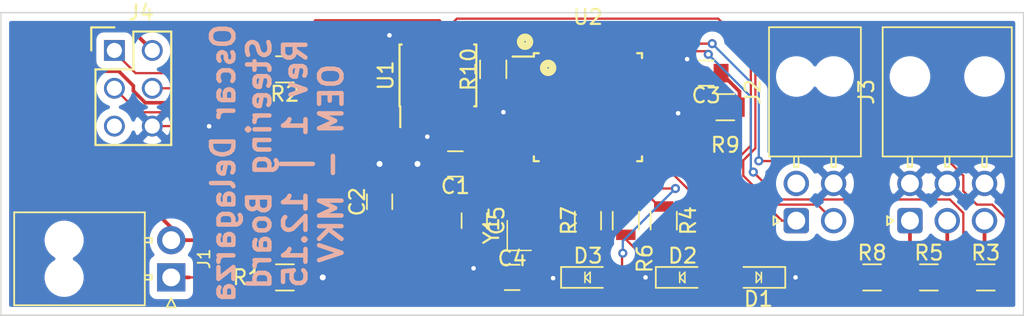
<source format=kicad_pcb>
(kicad_pcb (version 20171130) (host pcbnew "(5.1.4-0-10_14)")

  (general
    (thickness 1.6)
    (drawings 5)
    (tracks 287)
    (zones 0)
    (modules 25)
    (nets 44)
  )

  (page A4)
  (layers
    (0 F.Cu signal)
    (31 B.Cu signal hide)
    (32 B.Adhes user)
    (33 F.Adhes user)
    (34 B.Paste user)
    (35 F.Paste user)
    (36 B.SilkS user)
    (37 F.SilkS user)
    (38 B.Mask user)
    (39 F.Mask user)
    (40 Dwgs.User user)
    (41 Cmts.User user)
    (42 Eco1.User user)
    (43 Eco2.User user)
    (44 Edge.Cuts user)
    (45 Margin user)
    (46 B.CrtYd user)
    (47 F.CrtYd user)
    (48 B.Fab user)
    (49 F.Fab user hide)
  )

  (setup
    (last_trace_width 0.24)
    (user_trace_width 0.24)
    (trace_clearance 0.1524)
    (zone_clearance 0.508)
    (zone_45_only no)
    (trace_min 0.1524)
    (via_size 0.6096)
    (via_drill 0.3048)
    (via_min_size 0.4)
    (via_min_drill 0.3)
    (uvia_size 0.3)
    (uvia_drill 0.1)
    (uvias_allowed no)
    (uvia_min_size 0.2)
    (uvia_min_drill 0.1)
    (edge_width 0.1)
    (segment_width 0.2)
    (pcb_text_width 0.3)
    (pcb_text_size 1.5 1.5)
    (mod_edge_width 0.15)
    (mod_text_size 1 1)
    (mod_text_width 0.15)
    (pad_size 1.524 1.524)
    (pad_drill 0.762)
    (pad_to_mask_clearance 0)
    (aux_axis_origin 0 0)
    (visible_elements FFFFFF7F)
    (pcbplotparams
      (layerselection 0x010fc_ffffffff)
      (usegerberextensions false)
      (usegerberattributes false)
      (usegerberadvancedattributes false)
      (creategerberjobfile false)
      (excludeedgelayer true)
      (linewidth 0.100000)
      (plotframeref false)
      (viasonmask false)
      (mode 1)
      (useauxorigin false)
      (hpglpennumber 1)
      (hpglpenspeed 20)
      (hpglpendiameter 15.000000)
      (psnegative false)
      (psa4output false)
      (plotreference true)
      (plotvalue true)
      (plotinvisibletext false)
      (padsonsilk false)
      (subtractmaskfromsilk false)
      (outputformat 1)
      (mirror false)
      (drillshape 1)
      (scaleselection 1)
      (outputdirectory ""))
  )

  (net 0 "")
  (net 1 VCC)
  (net 2 GND)
  (net 3 "Net-(C3-Pad1)")
  (net 4 "Net-(C4-Pad1)")
  (net 5 "Net-(C5-Pad1)")
  (net 6 "Net-(D1-Pad2)")
  (net 7 "Net-(D2-Pad2)")
  (net 8 "Net-(D3-Pad2)")
  (net 9 /B1_In)
  (net 10 /CANH)
  (net 11 /CANL)
  (net 12 /+5V)
  (net 13 /LED3_Out)
  (net 14 /LED2_Out)
  (net 15 /LED1_Out)
  (net 16 /MISO)
  (net 17 /SCK)
  (net 18 /MOSI)
  (net 19 "Net-(J4-Pad5)")
  (net 20 /LED_Driver1)
  (net 21 /P_LED_1)
  (net 22 /LED_Driver2)
  (net 23 /P_LED_2)
  (net 24 /P_LED_3)
  (net 25 /LED_Driver3)
  (net 26 "Net-(R9-Pad1)")
  (net 27 /RESET)
  (net 28 /TXCAN)
  (net 29 /RXCAN)
  (net 30 "Net-(U1-Pad5)")
  (net 31 "Net-(U2-Pad3)")
  (net 32 "Net-(U2-Pad8)")
  (net 33 "Net-(U2-Pad9)")
  (net 34 "Net-(U2-Pad18)")
  (net 35 "Net-(U2-Pad21)")
  (net 36 "Net-(U2-Pad22)")
  (net 37 "Net-(U2-Pad23)")
  (net 38 "Net-(U2-Pad29)")
  (net 39 "Net-(U2-Pad30)")
  (net 40 "Net-(U2-Pad32)")
  (net 41 "Net-(U2-Pad17)")
  (net 42 "Net-(U2-Pad24)")
  (net 43 "Net-(U2-Pad25)")

  (net_class Default "This is the default net class."
    (clearance 0.1524)
    (trace_width 0.1524)
    (via_dia 0.6096)
    (via_drill 0.3048)
    (uvia_dia 0.3)
    (uvia_drill 0.1)
    (add_net /+5V)
    (add_net /B1_In)
    (add_net /CANH)
    (add_net /CANL)
    (add_net /LED1_Out)
    (add_net /LED2_Out)
    (add_net /LED3_Out)
    (add_net /LED_Driver1)
    (add_net /LED_Driver2)
    (add_net /LED_Driver3)
    (add_net /MISO)
    (add_net /MOSI)
    (add_net /P_LED_1)
    (add_net /P_LED_2)
    (add_net /P_LED_3)
    (add_net /RESET)
    (add_net /RXCAN)
    (add_net /SCK)
    (add_net /TXCAN)
    (add_net GND)
    (add_net "Net-(C3-Pad1)")
    (add_net "Net-(C4-Pad1)")
    (add_net "Net-(C5-Pad1)")
    (add_net "Net-(D1-Pad2)")
    (add_net "Net-(D2-Pad2)")
    (add_net "Net-(D3-Pad2)")
    (add_net "Net-(J4-Pad5)")
    (add_net "Net-(R9-Pad1)")
    (add_net "Net-(U1-Pad5)")
    (add_net "Net-(U2-Pad17)")
    (add_net "Net-(U2-Pad18)")
    (add_net "Net-(U2-Pad21)")
    (add_net "Net-(U2-Pad22)")
    (add_net "Net-(U2-Pad23)")
    (add_net "Net-(U2-Pad24)")
    (add_net "Net-(U2-Pad25)")
    (add_net "Net-(U2-Pad29)")
    (add_net "Net-(U2-Pad3)")
    (add_net "Net-(U2-Pad30)")
    (add_net "Net-(U2-Pad32)")
    (add_net "Net-(U2-Pad8)")
    (add_net "Net-(U2-Pad9)")
    (add_net VCC)
  )

  (module footprints:C_0805_OEM (layer F.Cu) (tedit 5C3D8347) (tstamp 5DE9B660)
    (at 119.38 48.26 180)
    (descr "Capacitor SMD 0805, reflow soldering, AVX (see smccp.pdf)")
    (tags "capacitor 0805")
    (path /59E068FA)
    (attr smd)
    (fp_text reference C1 (at 0 -1.5) (layer F.SilkS)
      (effects (font (size 1 1) (thickness 0.15)))
    )
    (fp_text value C_0.1uF (at 0 1.75) (layer F.Fab) hide
      (effects (font (size 1 1) (thickness 0.15)))
    )
    (fp_line (start -1 0.62) (end -1 -0.62) (layer F.Fab) (width 0.1))
    (fp_line (start 1 0.62) (end -1 0.62) (layer F.Fab) (width 0.1))
    (fp_line (start 1 -0.62) (end 1 0.62) (layer F.Fab) (width 0.1))
    (fp_line (start -1 -0.62) (end 1 -0.62) (layer F.Fab) (width 0.1))
    (fp_line (start 0.5 -0.85) (end -0.5 -0.85) (layer F.SilkS) (width 0.12))
    (fp_line (start -0.5 0.85) (end 0.5 0.85) (layer F.SilkS) (width 0.12))
    (fp_line (start -1.75 -0.88) (end 1.75 -0.88) (layer F.CrtYd) (width 0.05))
    (fp_line (start -1.75 -0.88) (end -1.75 0.87) (layer F.CrtYd) (width 0.05))
    (fp_line (start 1.75 0.87) (end 1.75 -0.88) (layer F.CrtYd) (width 0.05))
    (fp_line (start 1.75 0.87) (end -1.75 0.87) (layer F.CrtYd) (width 0.05))
    (pad 1 smd rect (at -1 0 180) (size 1 1.25) (layers F.Cu F.Paste F.Mask)
      (net 1 VCC))
    (pad 2 smd rect (at 1 0 180) (size 1 1.25) (layers F.Cu F.Paste F.Mask)
      (net 2 GND))
    (model ${LOCAL_DIR}/OEM_Preferred_Parts/3DModels/C_0805_OEM/C_0805.step
      (at (xyz 0 0 0))
      (scale (xyz 1 1 1))
      (rotate (xyz 0 0 0))
    )
    (model ${LOCAL_DIR}/OEM_Preferred_Parts/3DModels/C_0805_OEM/C_0805.step
      (at (xyz 0 0 0))
      (scale (xyz 1 1 1))
      (rotate (xyz 0 0 0))
    )
  )

  (module footprints:C_0805_OEM (layer F.Cu) (tedit 5C3D8347) (tstamp 5DE9B670)
    (at 114.3 50.8 90)
    (descr "Capacitor SMD 0805, reflow soldering, AVX (see smccp.pdf)")
    (tags "capacitor 0805")
    (path /59E06957)
    (attr smd)
    (fp_text reference C2 (at 0 -1.5 90) (layer F.SilkS)
      (effects (font (size 1 1) (thickness 0.15)))
    )
    (fp_text value C_0.1uF (at 0 1.75 90) (layer F.Fab) hide
      (effects (font (size 1 1) (thickness 0.15)))
    )
    (fp_line (start 1.75 0.87) (end -1.75 0.87) (layer F.CrtYd) (width 0.05))
    (fp_line (start 1.75 0.87) (end 1.75 -0.88) (layer F.CrtYd) (width 0.05))
    (fp_line (start -1.75 -0.88) (end -1.75 0.87) (layer F.CrtYd) (width 0.05))
    (fp_line (start -1.75 -0.88) (end 1.75 -0.88) (layer F.CrtYd) (width 0.05))
    (fp_line (start -0.5 0.85) (end 0.5 0.85) (layer F.SilkS) (width 0.12))
    (fp_line (start 0.5 -0.85) (end -0.5 -0.85) (layer F.SilkS) (width 0.12))
    (fp_line (start -1 -0.62) (end 1 -0.62) (layer F.Fab) (width 0.1))
    (fp_line (start 1 -0.62) (end 1 0.62) (layer F.Fab) (width 0.1))
    (fp_line (start 1 0.62) (end -1 0.62) (layer F.Fab) (width 0.1))
    (fp_line (start -1 0.62) (end -1 -0.62) (layer F.Fab) (width 0.1))
    (pad 2 smd rect (at 1 0 90) (size 1 1.25) (layers F.Cu F.Paste F.Mask)
      (net 2 GND))
    (pad 1 smd rect (at -1 0 90) (size 1 1.25) (layers F.Cu F.Paste F.Mask)
      (net 1 VCC))
    (model ${LOCAL_DIR}/OEM_Preferred_Parts/3DModels/C_0805_OEM/C_0805.step
      (at (xyz 0 0 0))
      (scale (xyz 1 1 1))
      (rotate (xyz 0 0 0))
    )
    (model ${LOCAL_DIR}/OEM_Preferred_Parts/3DModels/C_0805_OEM/C_0805.step
      (at (xyz 0 0 0))
      (scale (xyz 1 1 1))
      (rotate (xyz 0 0 0))
    )
  )

  (module footprints:C_0805_OEM (layer F.Cu) (tedit 5C3D8347) (tstamp 5DE9B680)
    (at 136.1948 42.164 180)
    (descr "Capacitor SMD 0805, reflow soldering, AVX (see smccp.pdf)")
    (tags "capacitor 0805")
    (path /59E06E67)
    (attr smd)
    (fp_text reference C3 (at 0 -1.5) (layer F.SilkS)
      (effects (font (size 1 1) (thickness 0.15)))
    )
    (fp_text value C_100pF (at 0 1.75) (layer F.Fab) hide
      (effects (font (size 1 1) (thickness 0.15)))
    )
    (fp_line (start -1 0.62) (end -1 -0.62) (layer F.Fab) (width 0.1))
    (fp_line (start 1 0.62) (end -1 0.62) (layer F.Fab) (width 0.1))
    (fp_line (start 1 -0.62) (end 1 0.62) (layer F.Fab) (width 0.1))
    (fp_line (start -1 -0.62) (end 1 -0.62) (layer F.Fab) (width 0.1))
    (fp_line (start 0.5 -0.85) (end -0.5 -0.85) (layer F.SilkS) (width 0.12))
    (fp_line (start -0.5 0.85) (end 0.5 0.85) (layer F.SilkS) (width 0.12))
    (fp_line (start -1.75 -0.88) (end 1.75 -0.88) (layer F.CrtYd) (width 0.05))
    (fp_line (start -1.75 -0.88) (end -1.75 0.87) (layer F.CrtYd) (width 0.05))
    (fp_line (start 1.75 0.87) (end 1.75 -0.88) (layer F.CrtYd) (width 0.05))
    (fp_line (start 1.75 0.87) (end -1.75 0.87) (layer F.CrtYd) (width 0.05))
    (pad 1 smd rect (at -1 0 180) (size 1 1.25) (layers F.Cu F.Paste F.Mask)
      (net 3 "Net-(C3-Pad1)"))
    (pad 2 smd rect (at 1 0 180) (size 1 1.25) (layers F.Cu F.Paste F.Mask)
      (net 2 GND))
    (model ${LOCAL_DIR}/OEM_Preferred_Parts/3DModels/C_0805_OEM/C_0805.step
      (at (xyz 0 0 0))
      (scale (xyz 1 1 1))
      (rotate (xyz 0 0 0))
    )
    (model ${LOCAL_DIR}/OEM_Preferred_Parts/3DModels/C_0805_OEM/C_0805.step
      (at (xyz 0 0 0))
      (scale (xyz 1 1 1))
      (rotate (xyz 0 0 0))
    )
  )

  (module footprints:C_0805_OEM (layer F.Cu) (tedit 5C3D8347) (tstamp 5DE9B690)
    (at 123.19 55.88 180)
    (descr "Capacitor SMD 0805, reflow soldering, AVX (see smccp.pdf)")
    (tags "capacitor 0805")
    (path /59E06F43)
    (attr smd)
    (fp_text reference C4 (at 0 1.27) (layer F.SilkS)
      (effects (font (size 1 1) (thickness 0.15)))
    )
    (fp_text value C_30pF (at 0 1.75) (layer F.Fab) hide
      (effects (font (size 1 1) (thickness 0.15)))
    )
    (fp_line (start -1 0.62) (end -1 -0.62) (layer F.Fab) (width 0.1))
    (fp_line (start 1 0.62) (end -1 0.62) (layer F.Fab) (width 0.1))
    (fp_line (start 1 -0.62) (end 1 0.62) (layer F.Fab) (width 0.1))
    (fp_line (start -1 -0.62) (end 1 -0.62) (layer F.Fab) (width 0.1))
    (fp_line (start 0.5 -0.85) (end -0.5 -0.85) (layer F.SilkS) (width 0.12))
    (fp_line (start -0.5 0.85) (end 0.5 0.85) (layer F.SilkS) (width 0.12))
    (fp_line (start -1.75 -0.88) (end 1.75 -0.88) (layer F.CrtYd) (width 0.05))
    (fp_line (start -1.75 -0.88) (end -1.75 0.87) (layer F.CrtYd) (width 0.05))
    (fp_line (start 1.75 0.87) (end 1.75 -0.88) (layer F.CrtYd) (width 0.05))
    (fp_line (start 1.75 0.87) (end -1.75 0.87) (layer F.CrtYd) (width 0.05))
    (pad 1 smd rect (at -1 0 180) (size 1 1.25) (layers F.Cu F.Paste F.Mask)
      (net 4 "Net-(C4-Pad1)"))
    (pad 2 smd rect (at 1 0 180) (size 1 1.25) (layers F.Cu F.Paste F.Mask)
      (net 2 GND))
    (model ${LOCAL_DIR}/OEM_Preferred_Parts/3DModels/C_0805_OEM/C_0805.step
      (at (xyz 0 0 0))
      (scale (xyz 1 1 1))
      (rotate (xyz 0 0 0))
    )
    (model ${LOCAL_DIR}/OEM_Preferred_Parts/3DModels/C_0805_OEM/C_0805.step
      (at (xyz 0 0 0))
      (scale (xyz 1 1 1))
      (rotate (xyz 0 0 0))
    )
  )

  (module footprints:C_0805_OEM (layer F.Cu) (tedit 5C3D8347) (tstamp 5DE9B6A0)
    (at 120.65 52.07 270)
    (descr "Capacitor SMD 0805, reflow soldering, AVX (see smccp.pdf)")
    (tags "capacitor 0805")
    (path /59E06ED0)
    (attr smd)
    (fp_text reference C5 (at 0 -1.5 90) (layer F.SilkS)
      (effects (font (size 1 1) (thickness 0.15)))
    )
    (fp_text value C_30pF (at 0 1.75 90) (layer F.Fab) hide
      (effects (font (size 1 1) (thickness 0.15)))
    )
    (fp_line (start 1.75 0.87) (end -1.75 0.87) (layer F.CrtYd) (width 0.05))
    (fp_line (start 1.75 0.87) (end 1.75 -0.88) (layer F.CrtYd) (width 0.05))
    (fp_line (start -1.75 -0.88) (end -1.75 0.87) (layer F.CrtYd) (width 0.05))
    (fp_line (start -1.75 -0.88) (end 1.75 -0.88) (layer F.CrtYd) (width 0.05))
    (fp_line (start -0.5 0.85) (end 0.5 0.85) (layer F.SilkS) (width 0.12))
    (fp_line (start 0.5 -0.85) (end -0.5 -0.85) (layer F.SilkS) (width 0.12))
    (fp_line (start -1 -0.62) (end 1 -0.62) (layer F.Fab) (width 0.1))
    (fp_line (start 1 -0.62) (end 1 0.62) (layer F.Fab) (width 0.1))
    (fp_line (start 1 0.62) (end -1 0.62) (layer F.Fab) (width 0.1))
    (fp_line (start -1 0.62) (end -1 -0.62) (layer F.Fab) (width 0.1))
    (pad 2 smd rect (at 1 0 270) (size 1 1.25) (layers F.Cu F.Paste F.Mask)
      (net 2 GND))
    (pad 1 smd rect (at -1 0 270) (size 1 1.25) (layers F.Cu F.Paste F.Mask)
      (net 5 "Net-(C5-Pad1)"))
    (model ${LOCAL_DIR}/OEM_Preferred_Parts/3DModels/C_0805_OEM/C_0805.step
      (at (xyz 0 0 0))
      (scale (xyz 1 1 1))
      (rotate (xyz 0 0 0))
    )
    (model ${LOCAL_DIR}/OEM_Preferred_Parts/3DModels/C_0805_OEM/C_0805.step
      (at (xyz 0 0 0))
      (scale (xyz 1 1 1))
      (rotate (xyz 0 0 0))
    )
  )

  (module footprints:LED_0805_OEM (layer F.Cu) (tedit 5C3D84D8) (tstamp 5DE9B6B9)
    (at 139.7 55.88 180)
    (descr "LED 0805 smd package")
    (tags "LED led 0805 SMD smd SMT smt smdled SMDLED smtled SMTLED")
    (path /59EE63EF)
    (attr smd)
    (fp_text reference D1 (at 0 -1.45) (layer F.SilkS)
      (effects (font (size 1 1) (thickness 0.15)))
    )
    (fp_text value LED_0805 (at 0.508 2.032) (layer F.Fab) hide
      (effects (font (size 1 1) (thickness 0.15)))
    )
    (fp_line (start -1.95 -0.85) (end 1.95 -0.85) (layer F.CrtYd) (width 0.05))
    (fp_line (start -1.95 0.85) (end -1.95 -0.85) (layer F.CrtYd) (width 0.05))
    (fp_line (start 1.95 0.85) (end -1.95 0.85) (layer F.CrtYd) (width 0.05))
    (fp_line (start 1.95 -0.85) (end 1.95 0.85) (layer F.CrtYd) (width 0.05))
    (fp_line (start -1.8 -0.7) (end 1 -0.7) (layer F.SilkS) (width 0.12))
    (fp_line (start -1.8 0.7) (end 1 0.7) (layer F.SilkS) (width 0.12))
    (fp_line (start -1 0.6) (end -1 -0.6) (layer F.Fab) (width 0.1))
    (fp_line (start -1 -0.6) (end 1 -0.6) (layer F.Fab) (width 0.1))
    (fp_line (start 1 -0.6) (end 1 0.6) (layer F.Fab) (width 0.1))
    (fp_line (start 1 0.6) (end -1 0.6) (layer F.Fab) (width 0.1))
    (fp_line (start -1.8 -0.7) (end -1.8 0.7) (layer F.SilkS) (width 0.12))
    (fp_line (start -0.2 0) (end 0.1 -0.3) (layer F.SilkS) (width 0.1))
    (fp_line (start 0.1 -0.3) (end 0.15 -0.35) (layer F.SilkS) (width 0.1))
    (fp_line (start 0.15 -0.35) (end 0.15 0.3) (layer F.SilkS) (width 0.1))
    (fp_line (start 0.15 0.35) (end 0.15 0.3) (layer F.SilkS) (width 0.1))
    (fp_line (start 0.15 0.3) (end 0.15 0.35) (layer F.SilkS) (width 0.1))
    (fp_line (start 0.15 0.35) (end -0.2 0) (layer F.SilkS) (width 0.1))
    (fp_line (start -0.2 0) (end -0.2 -0.35) (layer F.SilkS) (width 0.1))
    (fp_line (start -0.2 0.35) (end -0.2 0) (layer F.SilkS) (width 0.1))
    (pad 1 smd rect (at -1.1 0) (size 1.2 1.2) (layers F.Cu F.Paste F.Mask)
      (net 2 GND))
    (pad 2 smd rect (at 1.1 0) (size 1.2 1.2) (layers F.Cu F.Paste F.Mask)
      (net 6 "Net-(D1-Pad2)"))
    (model "${LOCAL_DIR}/OEM_Preferred_Parts/3DModels/LED_0805/LED 0805 Base GREEN001_sp.wrl"
      (at (xyz 0 0 0))
      (scale (xyz 1 1 1))
      (rotate (xyz 0 0 180))
    )
    (model "${LOCAL_DIR}/OEM_Preferred_Parts/3DModels/LED_0805/LED 0805 Base GREEN001_sp.step"
      (at (xyz 0 0 0))
      (scale (xyz 1 1 1))
      (rotate (xyz 0 0 0))
    )
  )

  (module footprints:LED_0805_OEM (layer F.Cu) (tedit 5C3D84D8) (tstamp 5DE9B6D2)
    (at 134.62 55.88)
    (descr "LED 0805 smd package")
    (tags "LED led 0805 SMD smd SMT smt smdled SMDLED smtled SMTLED")
    (path /59EE66CC)
    (attr smd)
    (fp_text reference D2 (at 0 -1.45) (layer F.SilkS)
      (effects (font (size 1 1) (thickness 0.15)))
    )
    (fp_text value LED_0805 (at 0.508 2.032) (layer F.Fab) hide
      (effects (font (size 1 1) (thickness 0.15)))
    )
    (fp_line (start -0.2 0.35) (end -0.2 0) (layer F.SilkS) (width 0.1))
    (fp_line (start -0.2 0) (end -0.2 -0.35) (layer F.SilkS) (width 0.1))
    (fp_line (start 0.15 0.35) (end -0.2 0) (layer F.SilkS) (width 0.1))
    (fp_line (start 0.15 0.3) (end 0.15 0.35) (layer F.SilkS) (width 0.1))
    (fp_line (start 0.15 0.35) (end 0.15 0.3) (layer F.SilkS) (width 0.1))
    (fp_line (start 0.15 -0.35) (end 0.15 0.3) (layer F.SilkS) (width 0.1))
    (fp_line (start 0.1 -0.3) (end 0.15 -0.35) (layer F.SilkS) (width 0.1))
    (fp_line (start -0.2 0) (end 0.1 -0.3) (layer F.SilkS) (width 0.1))
    (fp_line (start -1.8 -0.7) (end -1.8 0.7) (layer F.SilkS) (width 0.12))
    (fp_line (start 1 0.6) (end -1 0.6) (layer F.Fab) (width 0.1))
    (fp_line (start 1 -0.6) (end 1 0.6) (layer F.Fab) (width 0.1))
    (fp_line (start -1 -0.6) (end 1 -0.6) (layer F.Fab) (width 0.1))
    (fp_line (start -1 0.6) (end -1 -0.6) (layer F.Fab) (width 0.1))
    (fp_line (start -1.8 0.7) (end 1 0.7) (layer F.SilkS) (width 0.12))
    (fp_line (start -1.8 -0.7) (end 1 -0.7) (layer F.SilkS) (width 0.12))
    (fp_line (start 1.95 -0.85) (end 1.95 0.85) (layer F.CrtYd) (width 0.05))
    (fp_line (start 1.95 0.85) (end -1.95 0.85) (layer F.CrtYd) (width 0.05))
    (fp_line (start -1.95 0.85) (end -1.95 -0.85) (layer F.CrtYd) (width 0.05))
    (fp_line (start -1.95 -0.85) (end 1.95 -0.85) (layer F.CrtYd) (width 0.05))
    (pad 2 smd rect (at 1.1 0 180) (size 1.2 1.2) (layers F.Cu F.Paste F.Mask)
      (net 7 "Net-(D2-Pad2)"))
    (pad 1 smd rect (at -1.1 0 180) (size 1.2 1.2) (layers F.Cu F.Paste F.Mask)
      (net 2 GND))
    (model "${LOCAL_DIR}/OEM_Preferred_Parts/3DModels/LED_0805/LED 0805 Base GREEN001_sp.wrl"
      (at (xyz 0 0 0))
      (scale (xyz 1 1 1))
      (rotate (xyz 0 0 180))
    )
    (model "${LOCAL_DIR}/OEM_Preferred_Parts/3DModels/LED_0805/LED 0805 Base GREEN001_sp.step"
      (at (xyz 0 0 0))
      (scale (xyz 1 1 1))
      (rotate (xyz 0 0 0))
    )
  )

  (module footprints:LED_0805_OEM (layer F.Cu) (tedit 5C3D84D8) (tstamp 5DE9B6EB)
    (at 128.27 55.88)
    (descr "LED 0805 smd package")
    (tags "LED led 0805 SMD smd SMT smt smdled SMDLED smtled SMTLED")
    (path /5B7E1479)
    (attr smd)
    (fp_text reference D3 (at 0 -1.45) (layer F.SilkS)
      (effects (font (size 1 1) (thickness 0.15)))
    )
    (fp_text value LED_0805 (at 0.508 2.032) (layer F.Fab) hide
      (effects (font (size 1 1) (thickness 0.15)))
    )
    (fp_line (start -0.2 0.35) (end -0.2 0) (layer F.SilkS) (width 0.1))
    (fp_line (start -0.2 0) (end -0.2 -0.35) (layer F.SilkS) (width 0.1))
    (fp_line (start 0.15 0.35) (end -0.2 0) (layer F.SilkS) (width 0.1))
    (fp_line (start 0.15 0.3) (end 0.15 0.35) (layer F.SilkS) (width 0.1))
    (fp_line (start 0.15 0.35) (end 0.15 0.3) (layer F.SilkS) (width 0.1))
    (fp_line (start 0.15 -0.35) (end 0.15 0.3) (layer F.SilkS) (width 0.1))
    (fp_line (start 0.1 -0.3) (end 0.15 -0.35) (layer F.SilkS) (width 0.1))
    (fp_line (start -0.2 0) (end 0.1 -0.3) (layer F.SilkS) (width 0.1))
    (fp_line (start -1.8 -0.7) (end -1.8 0.7) (layer F.SilkS) (width 0.12))
    (fp_line (start 1 0.6) (end -1 0.6) (layer F.Fab) (width 0.1))
    (fp_line (start 1 -0.6) (end 1 0.6) (layer F.Fab) (width 0.1))
    (fp_line (start -1 -0.6) (end 1 -0.6) (layer F.Fab) (width 0.1))
    (fp_line (start -1 0.6) (end -1 -0.6) (layer F.Fab) (width 0.1))
    (fp_line (start -1.8 0.7) (end 1 0.7) (layer F.SilkS) (width 0.12))
    (fp_line (start -1.8 -0.7) (end 1 -0.7) (layer F.SilkS) (width 0.12))
    (fp_line (start 1.95 -0.85) (end 1.95 0.85) (layer F.CrtYd) (width 0.05))
    (fp_line (start 1.95 0.85) (end -1.95 0.85) (layer F.CrtYd) (width 0.05))
    (fp_line (start -1.95 0.85) (end -1.95 -0.85) (layer F.CrtYd) (width 0.05))
    (fp_line (start -1.95 -0.85) (end 1.95 -0.85) (layer F.CrtYd) (width 0.05))
    (pad 2 smd rect (at 1.1 0 180) (size 1.2 1.2) (layers F.Cu F.Paste F.Mask)
      (net 8 "Net-(D3-Pad2)"))
    (pad 1 smd rect (at -1.1 0 180) (size 1.2 1.2) (layers F.Cu F.Paste F.Mask)
      (net 2 GND))
    (model "${LOCAL_DIR}/OEM_Preferred_Parts/3DModels/LED_0805/LED 0805 Base GREEN001_sp.wrl"
      (at (xyz 0 0 0))
      (scale (xyz 1 1 1))
      (rotate (xyz 0 0 180))
    )
    (model "${LOCAL_DIR}/OEM_Preferred_Parts/3DModels/LED_0805/LED 0805 Base GREEN001_sp.step"
      (at (xyz 0 0 0))
      (scale (xyz 1 1 1))
      (rotate (xyz 0 0 0))
    )
  )

  (module footprints:NanoFit_Molex_1x02x2.50mm_Angled_OEM (layer F.Cu) (tedit 5C917035) (tstamp 5DE9B70E)
    (at 100.33 55.88 90)
    (descr "Molex Nano Fit, single row, side entry, through hole, Datasheet:http://www.molex.com/pdm_docs/sd/1053131208_sd.pdf")
    (tags "connector molex nano-fit 105313-xx04")
    (path /5DE6C3EB)
    (fp_text reference J1 (at 1.25 2.2 90) (layer F.SilkS)
      (effects (font (size 0.8 0.8) (thickness 0.12)))
    )
    (fp_text value NanoFit_RA_02 (at 1.25 3.5 90) (layer F.Fab) hide
      (effects (font (size 1 1) (thickness 0.15)))
    )
    (fp_line (start -1.72 -10.38) (end -1.72 -1.92) (layer F.Fab) (width 0.1))
    (fp_line (start -1.72 -1.92) (end 4.22 -1.92) (layer F.Fab) (width 0.1))
    (fp_line (start 4.22 -1.92) (end 4.22 -10.38) (layer F.Fab) (width 0.1))
    (fp_line (start 4.22 -10.38) (end -1.72 -10.38) (layer F.Fab) (width 0.1))
    (fp_line (start -1.87 -10.53) (end -1.87 -1.77) (layer F.SilkS) (width 0.12))
    (fp_line (start -1.87 -1.77) (end 4.37 -1.77) (layer F.SilkS) (width 0.12))
    (fp_line (start 4.37 -1.77) (end 4.37 -10.53) (layer F.SilkS) (width 0.12))
    (fp_line (start 4.37 -10.53) (end -1.87 -10.53) (layer F.SilkS) (width 0.12))
    (fp_line (start -0.15 -1.77) (end -0.15 -1.3) (layer F.SilkS) (width 0.12))
    (fp_line (start -0.15 -1.3) (end 0.15 -1.3) (layer F.SilkS) (width 0.12))
    (fp_line (start 0.15 -1.3) (end 0.15 -1.77) (layer F.SilkS) (width 0.12))
    (fp_line (start 0.15 -1.77) (end -0.15 -1.77) (layer F.SilkS) (width 0.12))
    (fp_line (start 2.35 -1.77) (end 2.35 -1.3) (layer F.SilkS) (width 0.12))
    (fp_line (start 2.35 -1.3) (end 2.65 -1.3) (layer F.SilkS) (width 0.12))
    (fp_line (start 2.65 -1.3) (end 2.65 -1.77) (layer F.SilkS) (width 0.12))
    (fp_line (start 2.65 -1.77) (end 2.35 -1.77) (layer F.SilkS) (width 0.12))
    (fp_line (start -2.21 -10.88) (end -2.21 1.45) (layer F.CrtYd) (width 0.05))
    (fp_line (start -2.21 1.45) (end 4.71 1.45) (layer F.CrtYd) (width 0.05))
    (fp_line (start 4.71 1.45) (end 4.71 -10.88) (layer F.CrtYd) (width 0.05))
    (fp_line (start 4.71 -10.88) (end -2.21 -10.88) (layer F.CrtYd) (width 0.05))
    (fp_line (start -1.4 0) (end -2 0.3) (layer F.SilkS) (width 0.12))
    (fp_line (start -2 0.3) (end -2 -0.3) (layer F.SilkS) (width 0.12))
    (fp_line (start -2 -0.3) (end -1.4 0) (layer F.SilkS) (width 0.12))
    (fp_line (start -1.4 0) (end -2 0.3) (layer F.Fab) (width 0.1))
    (fp_line (start -2 0.3) (end -2 -0.3) (layer F.Fab) (width 0.1))
    (fp_line (start -2 -0.3) (end -1.4 0) (layer F.Fab) (width 0.1))
    (fp_text user %R (at 1.25 -4.5 90) (layer F.Fab)
      (effects (font (size 1 1) (thickness 0.15)))
    )
    (pad 1 thru_hole rect (at 0 0 90) (size 1.9 1.9) (drill 1.2) (layers *.Cu *.Mask)
      (net 9 /B1_In))
    (pad 2 thru_hole circle (at 2.5 0 90) (size 1.9 1.9) (drill 1.2) (layers *.Cu *.Mask)
      (net 1 VCC))
    (pad "" np_thru_hole circle (at 0 -7.18 90) (size 1.6 1.6) (drill 1.6) (layers *.Cu *.Mask))
    (pad "" np_thru_hole circle (at 2.5 -7.18 90) (size 1.6 1.6) (drill 1.6) (layers *.Cu *.Mask))
    (model ${LOCAL_DIR}/OEM_Preferred_Parts/3DModels/Molex_NanoFit_1x02x2_50mm_Angled_OEM/Molex_NanoFit_1x02x2_50mm_Angled_OEM001.wrl
      (at (xyz 0 0 0))
      (scale (xyz 1 1 1))
      (rotate (xyz 0 0 0))
    )
  )

  (module footprints:NanoFit_RA_4 (layer F.Cu) (tedit 5DCE29B1) (tstamp 5DE9B733)
    (at 142.24 52.07 90)
    (descr "Molex Nano-Fit Power Connectors, 105314-xx04, 2 Pins per row (http://www.molex.com/pdm_docs/sd/1053141208_sd.pdf), generated with kicad-footprint-generator")
    (tags "connector Molex Nano-Fit top entry")
    (path /5DE64305)
    (fp_text reference J2 (at 8.65 -2.92 90) (layer F.SilkS)
      (effects (font (size 1 1) (thickness 0.15)))
    )
    (fp_text value NanoFit_RA_04 (at 8.65 5.42 90) (layer F.Fab)
      (effects (font (size 1 1) (thickness 0.15)))
    )
    (fp_line (start 4.42 -1.72) (end 4.42 4.22) (layer F.Fab) (width 0.1))
    (fp_line (start 4.42 4.22) (end 12.88 4.22) (layer F.Fab) (width 0.1))
    (fp_line (start 12.88 4.22) (end 12.88 -1.72) (layer F.Fab) (width 0.1))
    (fp_line (start 12.88 -1.72) (end 4.42 -1.72) (layer F.Fab) (width 0.1))
    (fp_line (start 4.31 -1.83) (end 4.31 4.33) (layer F.SilkS) (width 0.12))
    (fp_line (start 4.31 4.33) (end 12.99 4.33) (layer F.SilkS) (width 0.12))
    (fp_line (start 12.99 4.33) (end 12.99 -1.83) (layer F.SilkS) (width 0.12))
    (fp_line (start 12.99 -1.83) (end 4.31 -1.83) (layer F.SilkS) (width 0.12))
    (fp_line (start 4.31 0.15) (end 4.31 -0.15) (layer F.SilkS) (width 0.12))
    (fp_line (start 4.31 -0.15) (end 3.61 -0.15) (layer F.SilkS) (width 0.12))
    (fp_line (start 3.61 -0.15) (end 3.61 0.15) (layer F.SilkS) (width 0.12))
    (fp_line (start 3.61 0.15) (end 4.31 0.15) (layer F.SilkS) (width 0.12))
    (fp_line (start 4.31 2.65) (end 4.31 2.35) (layer F.SilkS) (width 0.12))
    (fp_line (start 4.31 2.35) (end 3.61 2.35) (layer F.SilkS) (width 0.12))
    (fp_line (start 3.61 2.35) (end 3.61 2.65) (layer F.SilkS) (width 0.12))
    (fp_line (start 3.61 2.65) (end 4.31 2.65) (layer F.SilkS) (width 0.12))
    (fp_line (start 0 -1.11) (end 0.3 -1.534264) (layer F.SilkS) (width 0.12))
    (fp_line (start 0.3 -1.534264) (end -0.3 -1.534264) (layer F.SilkS) (width 0.12))
    (fp_line (start -0.3 -1.534264) (end 0 -1.11) (layer F.SilkS) (width 0.12))
    (fp_line (start 0 -1.11) (end 0.3 -1.534264) (layer F.Fab) (width 0.1))
    (fp_line (start 0.3 -1.534264) (end -0.3 -1.534264) (layer F.Fab) (width 0.1))
    (fp_line (start -0.3 -1.534264) (end 0 -1.11) (layer F.Fab) (width 0.1))
    (fp_line (start -1.35 -2.22) (end -1.35 4.72) (layer F.CrtYd) (width 0.05))
    (fp_line (start -1.35 4.72) (end 13.38 4.72) (layer F.CrtYd) (width 0.05))
    (fp_line (start 13.38 4.72) (end 13.38 -2.22) (layer F.CrtYd) (width 0.05))
    (fp_line (start 13.38 -2.22) (end -1.35 -2.22) (layer F.CrtYd) (width 0.05))
    (fp_text user %R (at 8.65 3.52 90) (layer F.Fab)
      (effects (font (size 1 1) (thickness 0.15)))
    )
    (pad 1 thru_hole roundrect (at 0 0 90) (size 1.7 1.7) (drill 1.2) (layers *.Cu *.Mask) (roundrect_rratio 0.147059)
      (net 10 /CANH))
    (pad 2 thru_hole circle (at 0 2.5 90) (size 1.7 1.7) (drill 1.2) (layers *.Cu *.Mask)
      (net 11 /CANL))
    (pad 3 thru_hole circle (at 2.5 0 90) (size 1.7 1.7) (drill 1.2) (layers *.Cu *.Mask)
      (net 12 /+5V))
    (pad 4 thru_hole circle (at 2.5 2.5 90) (size 1.7 1.7) (drill 1.2) (layers *.Cu *.Mask)
      (net 2 GND))
    (pad "" np_thru_hole circle (at 9.68 0 90) (size 1.7 1.7) (drill 1.7) (layers *.Cu *.Mask))
    (pad "" np_thru_hole circle (at 9.68 2.5 90) (size 1.7 1.7) (drill 1.7) (layers *.Cu *.Mask))
    (model ${KISYS3DMOD}/Connector_Molex.3dshapes/Molex_Nano-Fit_105314-xx04_2x02_P2.50mm_Horizontal.wrl
      (at (xyz 0 0 0))
      (scale (xyz 1 1 1))
      (rotate (xyz 0 0 0))
    )
  )

  (module footprints:NanoFit_RA_6 (layer F.Cu) (tedit 5DCE28FF) (tstamp 5DE9B75E)
    (at 149.86 52.07 90)
    (descr "Molex Nano-Fit Power Connectors, 105314-xx06, 3 Pins per row (http://www.molex.com/pdm_docs/sd/1053141208_sd.pdf), generated with kicad-footprint-generator")
    (tags "connector Molex Nano-Fit top entry")
    (path /5DE6804B)
    (fp_text reference J3 (at 8.65 -2.92 90) (layer F.SilkS)
      (effects (font (size 1 1) (thickness 0.15)))
    )
    (fp_text value NanoFit_RA_06 (at 8.65 7.92 90) (layer F.Fab)
      (effects (font (size 1 1) (thickness 0.15)))
    )
    (fp_line (start 4.42 -1.72) (end 4.42 6.72) (layer F.Fab) (width 0.1))
    (fp_line (start 4.42 6.72) (end 12.88 6.72) (layer F.Fab) (width 0.1))
    (fp_line (start 12.88 6.72) (end 12.88 -1.72) (layer F.Fab) (width 0.1))
    (fp_line (start 12.88 -1.72) (end 4.42 -1.72) (layer F.Fab) (width 0.1))
    (fp_line (start 4.31 -1.83) (end 4.31 6.83) (layer F.SilkS) (width 0.12))
    (fp_line (start 4.31 6.83) (end 12.99 6.83) (layer F.SilkS) (width 0.12))
    (fp_line (start 12.99 6.83) (end 12.99 -1.83) (layer F.SilkS) (width 0.12))
    (fp_line (start 12.99 -1.83) (end 4.31 -1.83) (layer F.SilkS) (width 0.12))
    (fp_line (start 4.31 0.15) (end 4.31 -0.15) (layer F.SilkS) (width 0.12))
    (fp_line (start 4.31 -0.15) (end 3.61 -0.15) (layer F.SilkS) (width 0.12))
    (fp_line (start 3.61 -0.15) (end 3.61 0.15) (layer F.SilkS) (width 0.12))
    (fp_line (start 3.61 0.15) (end 4.31 0.15) (layer F.SilkS) (width 0.12))
    (fp_line (start 4.31 2.65) (end 4.31 2.35) (layer F.SilkS) (width 0.12))
    (fp_line (start 4.31 2.35) (end 3.61 2.35) (layer F.SilkS) (width 0.12))
    (fp_line (start 3.61 2.35) (end 3.61 2.65) (layer F.SilkS) (width 0.12))
    (fp_line (start 3.61 2.65) (end 4.31 2.65) (layer F.SilkS) (width 0.12))
    (fp_line (start 4.31 5.15) (end 4.31 4.85) (layer F.SilkS) (width 0.12))
    (fp_line (start 4.31 4.85) (end 3.61 4.85) (layer F.SilkS) (width 0.12))
    (fp_line (start 3.61 4.85) (end 3.61 5.15) (layer F.SilkS) (width 0.12))
    (fp_line (start 3.61 5.15) (end 4.31 5.15) (layer F.SilkS) (width 0.12))
    (fp_line (start 0 -1.11) (end 0.3 -1.534264) (layer F.SilkS) (width 0.12))
    (fp_line (start 0.3 -1.534264) (end -0.3 -1.534264) (layer F.SilkS) (width 0.12))
    (fp_line (start -0.3 -1.534264) (end 0 -1.11) (layer F.SilkS) (width 0.12))
    (fp_line (start 0 -1.11) (end 0.3 -1.534264) (layer F.Fab) (width 0.1))
    (fp_line (start 0.3 -1.534264) (end -0.3 -1.534264) (layer F.Fab) (width 0.1))
    (fp_line (start -0.3 -1.534264) (end 0 -1.11) (layer F.Fab) (width 0.1))
    (fp_line (start -1.35 -2.22) (end -1.35 7.22) (layer F.CrtYd) (width 0.05))
    (fp_line (start -1.35 7.22) (end 13.38 7.22) (layer F.CrtYd) (width 0.05))
    (fp_line (start 13.38 7.22) (end 13.38 -2.22) (layer F.CrtYd) (width 0.05))
    (fp_line (start 13.38 -2.22) (end -1.35 -2.22) (layer F.CrtYd) (width 0.05))
    (fp_text user %R (at 8.65 6.02 90) (layer F.Fab)
      (effects (font (size 1 1) (thickness 0.15)))
    )
    (pad 1 thru_hole roundrect (at 0 0 90) (size 1.7 1.7) (drill 1.2) (layers *.Cu *.Mask) (roundrect_rratio 0.147059)
      (net 13 /LED3_Out))
    (pad 2 thru_hole circle (at 0 2.5 90) (size 1.7 1.7) (drill 1.2) (layers *.Cu *.Mask)
      (net 14 /LED2_Out))
    (pad 3 thru_hole circle (at 0 5 90) (size 1.7 1.7) (drill 1.2) (layers *.Cu *.Mask)
      (net 15 /LED1_Out))
    (pad 4 thru_hole circle (at 2.5 0 90) (size 1.7 1.7) (drill 1.2) (layers *.Cu *.Mask)
      (net 2 GND))
    (pad 5 thru_hole circle (at 2.5 2.5 90) (size 1.7 1.7) (drill 1.2) (layers *.Cu *.Mask)
      (net 2 GND))
    (pad 6 thru_hole circle (at 2.5 5 90) (size 1.7 1.7) (drill 1.2) (layers *.Cu *.Mask)
      (net 2 GND))
    (pad "" np_thru_hole circle (at 9.68 0 90) (size 1.7 1.7) (drill 1.7) (layers *.Cu *.Mask))
    (pad "" np_thru_hole circle (at 9.68 5 90) (size 1.7 1.7) (drill 1.7) (layers *.Cu *.Mask))
    (model ${KISYS3DMOD}/Connector_Molex.3dshapes/Molex_Nano-Fit_105314-xx06_2x03_P2.50mm_Horizontal.wrl
      (at (xyz 0 0 0))
      (scale (xyz 1 1 1))
      (rotate (xyz 0 0 0))
    )
  )

  (module footprints:Pin_Header_Straight_2x03 (layer F.Cu) (tedit 5C16B823) (tstamp 5DE9B775)
    (at 96.52 40.64)
    (descr "Through hole pin header")
    (tags "pin header")
    (path /59E10F9E)
    (fp_text reference J4 (at 1.778 -2.54) (layer F.SilkS)
      (effects (font (size 1 1) (thickness 0.15)))
    )
    (fp_text value CONN_02X03 (at 1.27 7.874) (layer F.Fab) hide
      (effects (font (size 1 1) (thickness 0.15)))
    )
    (fp_line (start -1.27 1.27) (end -1.27 6.35) (layer F.SilkS) (width 0.15))
    (fp_line (start -1.55 -1.55) (end 0 -1.55) (layer F.SilkS) (width 0.15))
    (fp_line (start -1.75 -1.75) (end -1.75 6.85) (layer F.CrtYd) (width 0.05))
    (fp_line (start 4.3 -1.75) (end 4.3 6.85) (layer F.CrtYd) (width 0.05))
    (fp_line (start -1.75 -1.75) (end 4.3 -1.75) (layer F.CrtYd) (width 0.05))
    (fp_line (start -1.75 6.85) (end 4.3 6.85) (layer F.CrtYd) (width 0.05))
    (fp_line (start 1.27 -1.27) (end 1.27 1.27) (layer F.SilkS) (width 0.15))
    (fp_line (start 1.27 1.27) (end -1.27 1.27) (layer F.SilkS) (width 0.15))
    (fp_line (start -1.27 6.35) (end 3.81 6.35) (layer F.SilkS) (width 0.15))
    (fp_line (start 3.81 6.35) (end 3.81 1.27) (layer F.SilkS) (width 0.15))
    (fp_line (start -1.55 -1.55) (end -1.55 0) (layer F.SilkS) (width 0.15))
    (fp_line (start 3.81 -1.27) (end 1.27 -1.27) (layer F.SilkS) (width 0.15))
    (fp_line (start 3.81 1.27) (end 3.81 -1.27) (layer F.SilkS) (width 0.15))
    (pad 1 thru_hole rect (at 0 0) (size 1.4 1.4) (drill 1.016) (layers *.Cu *.Mask)
      (net 16 /MISO))
    (pad 2 thru_hole circle (at 2.54 0) (size 1.4 1.4) (drill 1.016) (layers *.Cu *.Mask)
      (net 1 VCC))
    (pad 3 thru_hole circle (at 0 2.54) (size 1.4 1.4) (drill 1.016) (layers *.Cu *.Mask)
      (net 17 /SCK))
    (pad 4 thru_hole circle (at 2.54 2.54) (size 1.4 1.4) (drill 1.016) (layers *.Cu *.Mask)
      (net 18 /MOSI))
    (pad 5 thru_hole circle (at 0 5.08) (size 1.4 1.4) (drill 1.016) (layers *.Cu *.Mask)
      (net 19 "Net-(J4-Pad5)"))
    (pad 6 thru_hole circle (at 2.54 5.08) (size 1.4 1.4) (drill 1.016) (layers *.Cu *.Mask)
      (net 2 GND))
    (model ${LOCAL_DIR}/OEM_Preferred_Parts/3DModels/Header_Pin_2x3/Header_Straight_2x3.wrl
      (at (xyz 0 0 0))
      (scale (xyz 1 1 1))
      (rotate (xyz 0 0 90))
    )
  )

  (module footprints:R_0805_OEM (layer F.Cu) (tedit 5C3D844D) (tstamp 5DE9B785)
    (at 107.95 55.88)
    (descr "Resistor SMD 0805, reflow soldering, Vishay (see dcrcw.pdf)")
    (tags "resistor 0805")
    (path /5DE78376)
    (attr smd)
    (fp_text reference R1 (at -2.54 0) (layer F.SilkS)
      (effects (font (size 1 1) (thickness 0.15)))
    )
    (fp_text value R_1M (at 0 1.75) (layer F.Fab) hide
      (effects (font (size 1 1) (thickness 0.15)))
    )
    (fp_line (start 1.55 0.9) (end -1.55 0.9) (layer F.CrtYd) (width 0.05))
    (fp_line (start 1.55 0.9) (end 1.55 -0.9) (layer F.CrtYd) (width 0.05))
    (fp_line (start -1.55 -0.9) (end -1.55 0.9) (layer F.CrtYd) (width 0.05))
    (fp_line (start -1.55 -0.9) (end 1.55 -0.9) (layer F.CrtYd) (width 0.05))
    (fp_line (start -0.6 -0.88) (end 0.6 -0.88) (layer F.SilkS) (width 0.12))
    (fp_line (start 0.6 0.88) (end -0.6 0.88) (layer F.SilkS) (width 0.12))
    (fp_line (start -1 -0.62) (end 1 -0.62) (layer F.Fab) (width 0.1))
    (fp_line (start 1 -0.62) (end 1 0.62) (layer F.Fab) (width 0.1))
    (fp_line (start 1 0.62) (end -1 0.62) (layer F.Fab) (width 0.1))
    (fp_line (start -1 0.62) (end -1 -0.62) (layer F.Fab) (width 0.1))
    (pad 2 smd rect (at 0.95 0) (size 0.7 1.3) (layers F.Cu F.Paste F.Mask)
      (net 2 GND))
    (pad 1 smd rect (at -0.95 0) (size 0.7 1.3) (layers F.Cu F.Paste F.Mask)
      (net 9 /B1_In))
    (model ${LOCAL_DIR}/OEM_Preferred_Parts/3DModels/R_0805_OEM/res0805.step
      (at (xyz 0 0 0))
      (scale (xyz 1 1 1))
      (rotate (xyz 0 0 0))
    )
    (model ${LOCAL_DIR}/OEM_Preferred_Parts/3DModels/R_0805_OEM/res0805.step
      (at (xyz 0 0 0))
      (scale (xyz 1 1 1))
      (rotate (xyz 0 0 0))
    )
  )

  (module footprints:R_0805_OEM (layer F.Cu) (tedit 5C3D844D) (tstamp 5DE9B795)
    (at 107.95 41.91 180)
    (descr "Resistor SMD 0805, reflow soldering, Vishay (see dcrcw.pdf)")
    (tags "resistor 0805")
    (path /5B922239)
    (attr smd)
    (fp_text reference R2 (at 0 -1.65) (layer F.SilkS)
      (effects (font (size 1 1) (thickness 0.15)))
    )
    (fp_text value R_200 (at 0 1.75) (layer F.Fab) hide
      (effects (font (size 1 1) (thickness 0.15)))
    )
    (fp_line (start -1 0.62) (end -1 -0.62) (layer F.Fab) (width 0.1))
    (fp_line (start 1 0.62) (end -1 0.62) (layer F.Fab) (width 0.1))
    (fp_line (start 1 -0.62) (end 1 0.62) (layer F.Fab) (width 0.1))
    (fp_line (start -1 -0.62) (end 1 -0.62) (layer F.Fab) (width 0.1))
    (fp_line (start 0.6 0.88) (end -0.6 0.88) (layer F.SilkS) (width 0.12))
    (fp_line (start -0.6 -0.88) (end 0.6 -0.88) (layer F.SilkS) (width 0.12))
    (fp_line (start -1.55 -0.9) (end 1.55 -0.9) (layer F.CrtYd) (width 0.05))
    (fp_line (start -1.55 -0.9) (end -1.55 0.9) (layer F.CrtYd) (width 0.05))
    (fp_line (start 1.55 0.9) (end 1.55 -0.9) (layer F.CrtYd) (width 0.05))
    (fp_line (start 1.55 0.9) (end -1.55 0.9) (layer F.CrtYd) (width 0.05))
    (pad 1 smd rect (at -0.95 0 180) (size 0.7 1.3) (layers F.Cu F.Paste F.Mask)
      (net 10 /CANH))
    (pad 2 smd rect (at 0.95 0 180) (size 0.7 1.3) (layers F.Cu F.Paste F.Mask)
      (net 11 /CANL))
    (model ${LOCAL_DIR}/OEM_Preferred_Parts/3DModels/R_0805_OEM/res0805.step
      (at (xyz 0 0 0))
      (scale (xyz 1 1 1))
      (rotate (xyz 0 0 0))
    )
    (model ${LOCAL_DIR}/OEM_Preferred_Parts/3DModels/R_0805_OEM/res0805.step
      (at (xyz 0 0 0))
      (scale (xyz 1 1 1))
      (rotate (xyz 0 0 0))
    )
  )

  (module footprints:R_0805_OEM (layer F.Cu) (tedit 5C3D844D) (tstamp 5DE9B7A5)
    (at 154.94 55.88)
    (descr "Resistor SMD 0805, reflow soldering, Vishay (see dcrcw.pdf)")
    (tags "resistor 0805")
    (path /5DE6D617)
    (attr smd)
    (fp_text reference R3 (at 0 -1.65) (layer F.SilkS)
      (effects (font (size 1 1) (thickness 0.15)))
    )
    (fp_text value R_200 (at 0 1.75) (layer F.Fab) hide
      (effects (font (size 1 1) (thickness 0.15)))
    )
    (fp_line (start -1 0.62) (end -1 -0.62) (layer F.Fab) (width 0.1))
    (fp_line (start 1 0.62) (end -1 0.62) (layer F.Fab) (width 0.1))
    (fp_line (start 1 -0.62) (end 1 0.62) (layer F.Fab) (width 0.1))
    (fp_line (start -1 -0.62) (end 1 -0.62) (layer F.Fab) (width 0.1))
    (fp_line (start 0.6 0.88) (end -0.6 0.88) (layer F.SilkS) (width 0.12))
    (fp_line (start -0.6 -0.88) (end 0.6 -0.88) (layer F.SilkS) (width 0.12))
    (fp_line (start -1.55 -0.9) (end 1.55 -0.9) (layer F.CrtYd) (width 0.05))
    (fp_line (start -1.55 -0.9) (end -1.55 0.9) (layer F.CrtYd) (width 0.05))
    (fp_line (start 1.55 0.9) (end 1.55 -0.9) (layer F.CrtYd) (width 0.05))
    (fp_line (start 1.55 0.9) (end -1.55 0.9) (layer F.CrtYd) (width 0.05))
    (pad 1 smd rect (at -0.95 0) (size 0.7 1.3) (layers F.Cu F.Paste F.Mask)
      (net 20 /LED_Driver1))
    (pad 2 smd rect (at 0.95 0) (size 0.7 1.3) (layers F.Cu F.Paste F.Mask)
      (net 15 /LED1_Out))
    (model ${LOCAL_DIR}/OEM_Preferred_Parts/3DModels/R_0805_OEM/res0805.step
      (at (xyz 0 0 0))
      (scale (xyz 1 1 1))
      (rotate (xyz 0 0 0))
    )
    (model ${LOCAL_DIR}/OEM_Preferred_Parts/3DModels/R_0805_OEM/res0805.step
      (at (xyz 0 0 0))
      (scale (xyz 1 1 1))
      (rotate (xyz 0 0 0))
    )
  )

  (module footprints:R_0805_OEM (layer F.Cu) (tedit 5C3D844D) (tstamp 5DE9B7B5)
    (at 133.35 52.07 270)
    (descr "Resistor SMD 0805, reflow soldering, Vishay (see dcrcw.pdf)")
    (tags "resistor 0805")
    (path /59EE636A)
    (attr smd)
    (fp_text reference R4 (at 0 -1.65 90) (layer F.SilkS)
      (effects (font (size 1 1) (thickness 0.15)))
    )
    (fp_text value R_200 (at 0 1.75 90) (layer F.Fab) hide
      (effects (font (size 1 1) (thickness 0.15)))
    )
    (fp_line (start 1.55 0.9) (end -1.55 0.9) (layer F.CrtYd) (width 0.05))
    (fp_line (start 1.55 0.9) (end 1.55 -0.9) (layer F.CrtYd) (width 0.05))
    (fp_line (start -1.55 -0.9) (end -1.55 0.9) (layer F.CrtYd) (width 0.05))
    (fp_line (start -1.55 -0.9) (end 1.55 -0.9) (layer F.CrtYd) (width 0.05))
    (fp_line (start -0.6 -0.88) (end 0.6 -0.88) (layer F.SilkS) (width 0.12))
    (fp_line (start 0.6 0.88) (end -0.6 0.88) (layer F.SilkS) (width 0.12))
    (fp_line (start -1 -0.62) (end 1 -0.62) (layer F.Fab) (width 0.1))
    (fp_line (start 1 -0.62) (end 1 0.62) (layer F.Fab) (width 0.1))
    (fp_line (start 1 0.62) (end -1 0.62) (layer F.Fab) (width 0.1))
    (fp_line (start -1 0.62) (end -1 -0.62) (layer F.Fab) (width 0.1))
    (pad 2 smd rect (at 0.95 0 270) (size 0.7 1.3) (layers F.Cu F.Paste F.Mask)
      (net 6 "Net-(D1-Pad2)"))
    (pad 1 smd rect (at -0.95 0 270) (size 0.7 1.3) (layers F.Cu F.Paste F.Mask)
      (net 21 /P_LED_1))
    (model ${LOCAL_DIR}/OEM_Preferred_Parts/3DModels/R_0805_OEM/res0805.step
      (at (xyz 0 0 0))
      (scale (xyz 1 1 1))
      (rotate (xyz 0 0 0))
    )
    (model ${LOCAL_DIR}/OEM_Preferred_Parts/3DModels/R_0805_OEM/res0805.step
      (at (xyz 0 0 0))
      (scale (xyz 1 1 1))
      (rotate (xyz 0 0 0))
    )
  )

  (module footprints:R_0805_OEM (layer F.Cu) (tedit 5C3D844D) (tstamp 5DE9B7C5)
    (at 151.13 55.88)
    (descr "Resistor SMD 0805, reflow soldering, Vishay (see dcrcw.pdf)")
    (tags "resistor 0805")
    (path /5DE71179)
    (attr smd)
    (fp_text reference R5 (at 0 -1.65) (layer F.SilkS)
      (effects (font (size 1 1) (thickness 0.15)))
    )
    (fp_text value R_200 (at 0 1.75) (layer F.Fab) hide
      (effects (font (size 1 1) (thickness 0.15)))
    )
    (fp_line (start 1.55 0.9) (end -1.55 0.9) (layer F.CrtYd) (width 0.05))
    (fp_line (start 1.55 0.9) (end 1.55 -0.9) (layer F.CrtYd) (width 0.05))
    (fp_line (start -1.55 -0.9) (end -1.55 0.9) (layer F.CrtYd) (width 0.05))
    (fp_line (start -1.55 -0.9) (end 1.55 -0.9) (layer F.CrtYd) (width 0.05))
    (fp_line (start -0.6 -0.88) (end 0.6 -0.88) (layer F.SilkS) (width 0.12))
    (fp_line (start 0.6 0.88) (end -0.6 0.88) (layer F.SilkS) (width 0.12))
    (fp_line (start -1 -0.62) (end 1 -0.62) (layer F.Fab) (width 0.1))
    (fp_line (start 1 -0.62) (end 1 0.62) (layer F.Fab) (width 0.1))
    (fp_line (start 1 0.62) (end -1 0.62) (layer F.Fab) (width 0.1))
    (fp_line (start -1 0.62) (end -1 -0.62) (layer F.Fab) (width 0.1))
    (pad 2 smd rect (at 0.95 0) (size 0.7 1.3) (layers F.Cu F.Paste F.Mask)
      (net 14 /LED2_Out))
    (pad 1 smd rect (at -0.95 0) (size 0.7 1.3) (layers F.Cu F.Paste F.Mask)
      (net 22 /LED_Driver2))
    (model ${LOCAL_DIR}/OEM_Preferred_Parts/3DModels/R_0805_OEM/res0805.step
      (at (xyz 0 0 0))
      (scale (xyz 1 1 1))
      (rotate (xyz 0 0 0))
    )
    (model ${LOCAL_DIR}/OEM_Preferred_Parts/3DModels/R_0805_OEM/res0805.step
      (at (xyz 0 0 0))
      (scale (xyz 1 1 1))
      (rotate (xyz 0 0 0))
    )
  )

  (module footprints:R_0805_OEM (layer F.Cu) (tedit 5C3D844D) (tstamp 5DE9B7D5)
    (at 130.81 52.07 270)
    (descr "Resistor SMD 0805, reflow soldering, Vishay (see dcrcw.pdf)")
    (tags "resistor 0805")
    (path /59EE66C2)
    (attr smd)
    (fp_text reference R6 (at 2.54 -1.27 90) (layer F.SilkS)
      (effects (font (size 1 1) (thickness 0.15)))
    )
    (fp_text value R_200 (at 0 1.75 90) (layer F.Fab) hide
      (effects (font (size 1 1) (thickness 0.15)))
    )
    (fp_line (start -1 0.62) (end -1 -0.62) (layer F.Fab) (width 0.1))
    (fp_line (start 1 0.62) (end -1 0.62) (layer F.Fab) (width 0.1))
    (fp_line (start 1 -0.62) (end 1 0.62) (layer F.Fab) (width 0.1))
    (fp_line (start -1 -0.62) (end 1 -0.62) (layer F.Fab) (width 0.1))
    (fp_line (start 0.6 0.88) (end -0.6 0.88) (layer F.SilkS) (width 0.12))
    (fp_line (start -0.6 -0.88) (end 0.6 -0.88) (layer F.SilkS) (width 0.12))
    (fp_line (start -1.55 -0.9) (end 1.55 -0.9) (layer F.CrtYd) (width 0.05))
    (fp_line (start -1.55 -0.9) (end -1.55 0.9) (layer F.CrtYd) (width 0.05))
    (fp_line (start 1.55 0.9) (end 1.55 -0.9) (layer F.CrtYd) (width 0.05))
    (fp_line (start 1.55 0.9) (end -1.55 0.9) (layer F.CrtYd) (width 0.05))
    (pad 1 smd rect (at -0.95 0 270) (size 0.7 1.3) (layers F.Cu F.Paste F.Mask)
      (net 23 /P_LED_2))
    (pad 2 smd rect (at 0.95 0 270) (size 0.7 1.3) (layers F.Cu F.Paste F.Mask)
      (net 7 "Net-(D2-Pad2)"))
    (model ${LOCAL_DIR}/OEM_Preferred_Parts/3DModels/R_0805_OEM/res0805.step
      (at (xyz 0 0 0))
      (scale (xyz 1 1 1))
      (rotate (xyz 0 0 0))
    )
    (model ${LOCAL_DIR}/OEM_Preferred_Parts/3DModels/R_0805_OEM/res0805.step
      (at (xyz 0 0 0))
      (scale (xyz 1 1 1))
      (rotate (xyz 0 0 0))
    )
  )

  (module footprints:R_0805_OEM (layer F.Cu) (tedit 5C3D844D) (tstamp 5DE9B7E5)
    (at 128.27 52.07 270)
    (descr "Resistor SMD 0805, reflow soldering, Vishay (see dcrcw.pdf)")
    (tags "resistor 0805")
    (path /5B7E146F)
    (attr smd)
    (fp_text reference R7 (at 0 1.27 90) (layer F.SilkS)
      (effects (font (size 1 1) (thickness 0.15)))
    )
    (fp_text value R_200 (at 0 1.75 90) (layer F.Fab) hide
      (effects (font (size 1 1) (thickness 0.15)))
    )
    (fp_line (start -1 0.62) (end -1 -0.62) (layer F.Fab) (width 0.1))
    (fp_line (start 1 0.62) (end -1 0.62) (layer F.Fab) (width 0.1))
    (fp_line (start 1 -0.62) (end 1 0.62) (layer F.Fab) (width 0.1))
    (fp_line (start -1 -0.62) (end 1 -0.62) (layer F.Fab) (width 0.1))
    (fp_line (start 0.6 0.88) (end -0.6 0.88) (layer F.SilkS) (width 0.12))
    (fp_line (start -0.6 -0.88) (end 0.6 -0.88) (layer F.SilkS) (width 0.12))
    (fp_line (start -1.55 -0.9) (end 1.55 -0.9) (layer F.CrtYd) (width 0.05))
    (fp_line (start -1.55 -0.9) (end -1.55 0.9) (layer F.CrtYd) (width 0.05))
    (fp_line (start 1.55 0.9) (end 1.55 -0.9) (layer F.CrtYd) (width 0.05))
    (fp_line (start 1.55 0.9) (end -1.55 0.9) (layer F.CrtYd) (width 0.05))
    (pad 1 smd rect (at -0.95 0 270) (size 0.7 1.3) (layers F.Cu F.Paste F.Mask)
      (net 24 /P_LED_3))
    (pad 2 smd rect (at 0.95 0 270) (size 0.7 1.3) (layers F.Cu F.Paste F.Mask)
      (net 8 "Net-(D3-Pad2)"))
    (model ${LOCAL_DIR}/OEM_Preferred_Parts/3DModels/R_0805_OEM/res0805.step
      (at (xyz 0 0 0))
      (scale (xyz 1 1 1))
      (rotate (xyz 0 0 0))
    )
    (model ${LOCAL_DIR}/OEM_Preferred_Parts/3DModels/R_0805_OEM/res0805.step
      (at (xyz 0 0 0))
      (scale (xyz 1 1 1))
      (rotate (xyz 0 0 0))
    )
  )

  (module footprints:R_0805_OEM (layer F.Cu) (tedit 5C3D844D) (tstamp 5DE9B7F5)
    (at 147.32 55.88)
    (descr "Resistor SMD 0805, reflow soldering, Vishay (see dcrcw.pdf)")
    (tags "resistor 0805")
    (path /5DE71D3A)
    (attr smd)
    (fp_text reference R8 (at 0 -1.65) (layer F.SilkS)
      (effects (font (size 1 1) (thickness 0.15)))
    )
    (fp_text value R_200 (at 0 1.75) (layer F.Fab) hide
      (effects (font (size 1 1) (thickness 0.15)))
    )
    (fp_line (start -1 0.62) (end -1 -0.62) (layer F.Fab) (width 0.1))
    (fp_line (start 1 0.62) (end -1 0.62) (layer F.Fab) (width 0.1))
    (fp_line (start 1 -0.62) (end 1 0.62) (layer F.Fab) (width 0.1))
    (fp_line (start -1 -0.62) (end 1 -0.62) (layer F.Fab) (width 0.1))
    (fp_line (start 0.6 0.88) (end -0.6 0.88) (layer F.SilkS) (width 0.12))
    (fp_line (start -0.6 -0.88) (end 0.6 -0.88) (layer F.SilkS) (width 0.12))
    (fp_line (start -1.55 -0.9) (end 1.55 -0.9) (layer F.CrtYd) (width 0.05))
    (fp_line (start -1.55 -0.9) (end -1.55 0.9) (layer F.CrtYd) (width 0.05))
    (fp_line (start 1.55 0.9) (end 1.55 -0.9) (layer F.CrtYd) (width 0.05))
    (fp_line (start 1.55 0.9) (end -1.55 0.9) (layer F.CrtYd) (width 0.05))
    (pad 1 smd rect (at -0.95 0) (size 0.7 1.3) (layers F.Cu F.Paste F.Mask)
      (net 25 /LED_Driver3))
    (pad 2 smd rect (at 0.95 0) (size 0.7 1.3) (layers F.Cu F.Paste F.Mask)
      (net 13 /LED3_Out))
    (model ${LOCAL_DIR}/OEM_Preferred_Parts/3DModels/R_0805_OEM/res0805.step
      (at (xyz 0 0 0))
      (scale (xyz 1 1 1))
      (rotate (xyz 0 0 0))
    )
    (model ${LOCAL_DIR}/OEM_Preferred_Parts/3DModels/R_0805_OEM/res0805.step
      (at (xyz 0 0 0))
      (scale (xyz 1 1 1))
      (rotate (xyz 0 0 0))
    )
  )

  (module footprints:R_0805_OEM (layer F.Cu) (tedit 5C3D844D) (tstamp 5DE9B805)
    (at 137.48 44.45)
    (descr "Resistor SMD 0805, reflow soldering, Vishay (see dcrcw.pdf)")
    (tags "resistor 0805")
    (path /59E06840)
    (attr smd)
    (fp_text reference R9 (at 0 2.54) (layer F.SilkS)
      (effects (font (size 1 1) (thickness 0.15)))
    )
    (fp_text value R_100 (at 0 1.75) (layer F.Fab) hide
      (effects (font (size 1 1) (thickness 0.15)))
    )
    (fp_line (start 1.55 0.9) (end -1.55 0.9) (layer F.CrtYd) (width 0.05))
    (fp_line (start 1.55 0.9) (end 1.55 -0.9) (layer F.CrtYd) (width 0.05))
    (fp_line (start -1.55 -0.9) (end -1.55 0.9) (layer F.CrtYd) (width 0.05))
    (fp_line (start -1.55 -0.9) (end 1.55 -0.9) (layer F.CrtYd) (width 0.05))
    (fp_line (start -0.6 -0.88) (end 0.6 -0.88) (layer F.SilkS) (width 0.12))
    (fp_line (start 0.6 0.88) (end -0.6 0.88) (layer F.SilkS) (width 0.12))
    (fp_line (start -1 -0.62) (end 1 -0.62) (layer F.Fab) (width 0.1))
    (fp_line (start 1 -0.62) (end 1 0.62) (layer F.Fab) (width 0.1))
    (fp_line (start 1 0.62) (end -1 0.62) (layer F.Fab) (width 0.1))
    (fp_line (start -1 0.62) (end -1 -0.62) (layer F.Fab) (width 0.1))
    (pad 2 smd rect (at 0.95 0) (size 0.7 1.3) (layers F.Cu F.Paste F.Mask)
      (net 3 "Net-(C3-Pad1)"))
    (pad 1 smd rect (at -0.95 0) (size 0.7 1.3) (layers F.Cu F.Paste F.Mask)
      (net 26 "Net-(R9-Pad1)"))
    (model ${LOCAL_DIR}/OEM_Preferred_Parts/3DModels/R_0805_OEM/res0805.step
      (at (xyz 0 0 0))
      (scale (xyz 1 1 1))
      (rotate (xyz 0 0 0))
    )
    (model ${LOCAL_DIR}/OEM_Preferred_Parts/3DModels/R_0805_OEM/res0805.step
      (at (xyz 0 0 0))
      (scale (xyz 1 1 1))
      (rotate (xyz 0 0 0))
    )
  )

  (module footprints:R_0805_OEM (layer F.Cu) (tedit 5C3D844D) (tstamp 5DE9B815)
    (at 121.92 41.91 90)
    (descr "Resistor SMD 0805, reflow soldering, Vishay (see dcrcw.pdf)")
    (tags "resistor 0805")
    (path /5BC80315)
    (attr smd)
    (fp_text reference R10 (at 0 -1.65 90) (layer F.SilkS)
      (effects (font (size 1 1) (thickness 0.15)))
    )
    (fp_text value R_10K (at 0 1.75 90) (layer F.Fab) hide
      (effects (font (size 1 1) (thickness 0.15)))
    )
    (fp_line (start 1.55 0.9) (end -1.55 0.9) (layer F.CrtYd) (width 0.05))
    (fp_line (start 1.55 0.9) (end 1.55 -0.9) (layer F.CrtYd) (width 0.05))
    (fp_line (start -1.55 -0.9) (end -1.55 0.9) (layer F.CrtYd) (width 0.05))
    (fp_line (start -1.55 -0.9) (end 1.55 -0.9) (layer F.CrtYd) (width 0.05))
    (fp_line (start -0.6 -0.88) (end 0.6 -0.88) (layer F.SilkS) (width 0.12))
    (fp_line (start 0.6 0.88) (end -0.6 0.88) (layer F.SilkS) (width 0.12))
    (fp_line (start -1 -0.62) (end 1 -0.62) (layer F.Fab) (width 0.1))
    (fp_line (start 1 -0.62) (end 1 0.62) (layer F.Fab) (width 0.1))
    (fp_line (start 1 0.62) (end -1 0.62) (layer F.Fab) (width 0.1))
    (fp_line (start -1 0.62) (end -1 -0.62) (layer F.Fab) (width 0.1))
    (pad 2 smd rect (at 0.95 0 90) (size 0.7 1.3) (layers F.Cu F.Paste F.Mask)
      (net 27 /RESET))
    (pad 1 smd rect (at -0.95 0 90) (size 0.7 1.3) (layers F.Cu F.Paste F.Mask)
      (net 1 VCC))
    (model ${LOCAL_DIR}/OEM_Preferred_Parts/3DModels/R_0805_OEM/res0805.step
      (at (xyz 0 0 0))
      (scale (xyz 1 1 1))
      (rotate (xyz 0 0 0))
    )
    (model ${LOCAL_DIR}/OEM_Preferred_Parts/3DModels/R_0805_OEM/res0805.step
      (at (xyz 0 0 0))
      (scale (xyz 1 1 1))
      (rotate (xyz 0 0 0))
    )
  )

  (module footprints:SOIC-8_3.9x4.9mm_Pitch1.27mm_OEM (layer F.Cu) (tedit 5C16AB90) (tstamp 5DE9B831)
    (at 118.2116 42.3164 90)
    (descr "8-Lead Plastic Small Outline (SN) - Narrow, 3.90 mm Body [SOIC] (see Microchip Packaging Specification 00000049BS.pdf)")
    (tags "SOIC 1.27")
    (path /5BC8E2BD)
    (attr smd)
    (fp_text reference U1 (at 0 -3.5 90) (layer F.SilkS)
      (effects (font (size 1 1) (thickness 0.15)))
    )
    (fp_text value MCP2561-E_SN (at 0 3.5 90) (layer F.Fab) hide
      (effects (font (size 1 1) (thickness 0.15)))
    )
    (fp_line (start -0.95 -2.45) (end 1.95 -2.45) (layer F.Fab) (width 0.1))
    (fp_line (start 1.95 -2.45) (end 1.95 2.45) (layer F.Fab) (width 0.1))
    (fp_line (start 1.95 2.45) (end -1.95 2.45) (layer F.Fab) (width 0.1))
    (fp_line (start -1.95 2.45) (end -1.95 -1.45) (layer F.Fab) (width 0.1))
    (fp_line (start -1.95 -1.45) (end -0.95 -2.45) (layer F.Fab) (width 0.1))
    (fp_line (start -3.73 -2.7) (end -3.73 2.7) (layer F.CrtYd) (width 0.05))
    (fp_line (start 3.73 -2.7) (end 3.73 2.7) (layer F.CrtYd) (width 0.05))
    (fp_line (start -3.73 -2.7) (end 3.73 -2.7) (layer F.CrtYd) (width 0.05))
    (fp_line (start -3.73 2.7) (end 3.73 2.7) (layer F.CrtYd) (width 0.05))
    (fp_line (start -2.075 -2.575) (end -2.075 -2.525) (layer F.SilkS) (width 0.15))
    (fp_line (start 2.075 -2.575) (end 2.075 -2.43) (layer F.SilkS) (width 0.15))
    (fp_line (start 2.075 2.575) (end 2.075 2.43) (layer F.SilkS) (width 0.15))
    (fp_line (start -2.075 2.575) (end -2.075 2.43) (layer F.SilkS) (width 0.15))
    (fp_line (start -2.075 -2.575) (end 2.075 -2.575) (layer F.SilkS) (width 0.15))
    (fp_line (start -2.075 2.575) (end 2.075 2.575) (layer F.SilkS) (width 0.15))
    (fp_line (start -2.075 -2.525) (end -3.475 -2.525) (layer F.SilkS) (width 0.15))
    (pad 1 smd rect (at -2.7 -1.905 90) (size 1.55 0.6) (layers F.Cu F.Paste F.Mask)
      (net 28 /TXCAN))
    (pad 2 smd rect (at -2.7 -0.635 90) (size 1.55 0.6) (layers F.Cu F.Paste F.Mask)
      (net 2 GND))
    (pad 3 smd rect (at -2.7 0.635 90) (size 1.55 0.6) (layers F.Cu F.Paste F.Mask)
      (net 1 VCC))
    (pad 4 smd rect (at -2.7 1.905 90) (size 1.55 0.6) (layers F.Cu F.Paste F.Mask)
      (net 29 /RXCAN))
    (pad 5 smd rect (at 2.7 1.905 90) (size 1.55 0.6) (layers F.Cu F.Paste F.Mask)
      (net 30 "Net-(U1-Pad5)"))
    (pad 6 smd rect (at 2.7 0.635 90) (size 1.55 0.6) (layers F.Cu F.Paste F.Mask)
      (net 11 /CANL))
    (pad 7 smd rect (at 2.7 -0.635 90) (size 1.55 0.6) (layers F.Cu F.Paste F.Mask)
      (net 10 /CANH))
    (pad 8 smd rect (at 2.7 -1.905 90) (size 1.55 0.6) (layers F.Cu F.Paste F.Mask)
      (net 2 GND))
    (model "${LOCAL_DIR}/OEM_Preferred_Parts/3DModels/CAN Transceiver/SOIC8-N_MC.step"
      (at (xyz 0 0 0))
      (scale (xyz 1 1 1))
      (rotate (xyz 0 0 0))
    )
  )

  (module footprints:TQFP-32_7x7mm_Pitch0.8mm (layer F.Cu) (tedit 5C16A7C6) (tstamp 5DE9B86A)
    (at 128.27 44.45)
    (descr "32-Lead Plastic Thin Quad Flatpack (PT) - 7x7x1.0 mm Body, 2.00 mm [TQFP] (see Microchip Packaging Specification 00000049BS.pdf)")
    (tags "QFP 0.8")
    (path /5DE7AC5E)
    (attr smd)
    (fp_text reference U2 (at 0 -6.05) (layer F.SilkS)
      (effects (font (size 1 1) (thickness 0.15)))
    )
    (fp_text value MICROCONTROLLER (at 0 6.05) (layer F.Fab) hide
      (effects (font (size 1 1) (thickness 0.15)))
    )
    (fp_circle (center -2.667 -2.6416) (end -2.667 -2.6924) (layer F.SilkS) (width 0.5))
    (fp_circle (center -4.2164 -4.3942) (end -4.2164 -4.445) (layer F.SilkS) (width 0.5))
    (fp_text user %R (at 0 0) (layer F.Fab)
      (effects (font (size 1 1) (thickness 0.15)))
    )
    (fp_line (start -2.5 -3.5) (end 3.5 -3.5) (layer F.Fab) (width 0.15))
    (fp_line (start 3.5 -3.5) (end 3.5 3.5) (layer F.Fab) (width 0.15))
    (fp_line (start 3.5 3.5) (end -3.5 3.5) (layer F.Fab) (width 0.15))
    (fp_line (start -3.5 3.5) (end -3.5 -2.5) (layer F.Fab) (width 0.15))
    (fp_line (start -3.5 -2.5) (end -2.5 -3.5) (layer F.Fab) (width 0.15))
    (fp_line (start -5.3 -5.3) (end -5.3 5.3) (layer F.CrtYd) (width 0.05))
    (fp_line (start 5.3 -5.3) (end 5.3 5.3) (layer F.CrtYd) (width 0.05))
    (fp_line (start -5.3 -5.3) (end 5.3 -5.3) (layer F.CrtYd) (width 0.05))
    (fp_line (start -5.3 5.3) (end 5.3 5.3) (layer F.CrtYd) (width 0.05))
    (fp_line (start -3.625 -3.625) (end -3.625 -3.4) (layer F.SilkS) (width 0.15))
    (fp_line (start 3.625 -3.625) (end 3.625 -3.3) (layer F.SilkS) (width 0.15))
    (fp_line (start 3.625 3.625) (end 3.625 3.3) (layer F.SilkS) (width 0.15))
    (fp_line (start -3.625 3.625) (end -3.625 3.3) (layer F.SilkS) (width 0.15))
    (fp_line (start -3.625 -3.625) (end -3.3 -3.625) (layer F.SilkS) (width 0.15))
    (fp_line (start -3.625 3.625) (end -3.3 3.625) (layer F.SilkS) (width 0.15))
    (fp_line (start 3.625 3.625) (end 3.3 3.625) (layer F.SilkS) (width 0.15))
    (fp_line (start 3.625 -3.625) (end 3.3 -3.625) (layer F.SilkS) (width 0.15))
    (fp_line (start -3.625 -3.4) (end -5.05 -3.4) (layer F.SilkS) (width 0.15))
    (pad 1 smd rect (at -4.25 -2.8) (size 1.6 0.55) (layers F.Cu F.Paste F.Mask)
      (net 16 /MISO))
    (pad 2 smd rect (at -4.25 -2) (size 1.6 0.55) (layers F.Cu F.Paste F.Mask)
      (net 18 /MOSI))
    (pad 3 smd rect (at -4.25 -1.2) (size 1.6 0.55) (layers F.Cu F.Paste F.Mask)
      (net 31 "Net-(U2-Pad3)"))
    (pad 4 smd rect (at -4.25 -0.4) (size 1.6 0.55) (layers F.Cu F.Paste F.Mask)
      (net 1 VCC))
    (pad 5 smd rect (at -4.25 0.4) (size 1.6 0.55) (layers F.Cu F.Paste F.Mask)
      (net 2 GND))
    (pad 6 smd rect (at -4.25 1.2) (size 1.6 0.55) (layers F.Cu F.Paste F.Mask)
      (net 28 /TXCAN))
    (pad 7 smd rect (at -4.25 2) (size 1.6 0.55) (layers F.Cu F.Paste F.Mask)
      (net 29 /RXCAN))
    (pad 8 smd rect (at -4.25 2.8) (size 1.6 0.55) (layers F.Cu F.Paste F.Mask)
      (net 32 "Net-(U2-Pad8)"))
    (pad 9 smd rect (at -2.8 4.25 90) (size 1.6 0.55) (layers F.Cu F.Paste F.Mask)
      (net 33 "Net-(U2-Pad9)"))
    (pad 10 smd rect (at -2 4.25 90) (size 1.6 0.55) (layers F.Cu F.Paste F.Mask)
      (net 5 "Net-(C5-Pad1)"))
    (pad 11 smd rect (at -1.2 4.25 90) (size 1.6 0.55) (layers F.Cu F.Paste F.Mask)
      (net 4 "Net-(C4-Pad1)"))
    (pad 12 smd rect (at -0.4 4.25 90) (size 1.6 0.55) (layers F.Cu F.Paste F.Mask)
      (net 17 /SCK))
    (pad 13 smd rect (at 0.4 4.25 90) (size 1.6 0.55) (layers F.Cu F.Paste F.Mask)
      (net 24 /P_LED_3))
    (pad 14 smd rect (at 1.2 4.25 90) (size 1.6 0.55) (layers F.Cu F.Paste F.Mask)
      (net 23 /P_LED_2))
    (pad 15 smd rect (at 2 4.25 90) (size 1.6 0.55) (layers F.Cu F.Paste F.Mask)
      (net 21 /P_LED_1))
    (pad 16 smd rect (at 2.8 4.25 90) (size 1.6 0.55) (layers F.Cu F.Paste F.Mask)
      (net 9 /B1_In))
    (pad 17 smd rect (at 4.25 2.8) (size 1.6 0.55) (layers F.Cu F.Paste F.Mask)
      (net 41 "Net-(U2-Pad17)"))
    (pad 18 smd rect (at 4.25 2) (size 1.6 0.55) (layers F.Cu F.Paste F.Mask)
      (net 34 "Net-(U2-Pad18)"))
    (pad 19 smd rect (at 4.25 1.2) (size 1.6 0.55) (layers F.Cu F.Paste F.Mask)
      (net 3 "Net-(C3-Pad1)"))
    (pad 20 smd rect (at 4.25 0.4) (size 1.6 0.55) (layers F.Cu F.Paste F.Mask)
      (net 2 GND))
    (pad 21 smd rect (at 4.25 -0.4) (size 1.6 0.55) (layers F.Cu F.Paste F.Mask)
      (net 35 "Net-(U2-Pad21)"))
    (pad 22 smd rect (at 4.25 -1.2) (size 1.6 0.55) (layers F.Cu F.Paste F.Mask)
      (net 36 "Net-(U2-Pad22)"))
    (pad 23 smd rect (at 4.25 -2) (size 1.6 0.55) (layers F.Cu F.Paste F.Mask)
      (net 37 "Net-(U2-Pad23)"))
    (pad 24 smd rect (at 4.25 -2.8) (size 1.6 0.55) (layers F.Cu F.Paste F.Mask)
      (net 42 "Net-(U2-Pad24)"))
    (pad 25 smd rect (at 2.8 -4.25 90) (size 1.6 0.55) (layers F.Cu F.Paste F.Mask)
      (net 43 "Net-(U2-Pad25)"))
    (pad 26 smd rect (at 2 -4.25 90) (size 1.6 0.55) (layers F.Cu F.Paste F.Mask)
      (net 20 /LED_Driver1))
    (pad 27 smd rect (at 1.2 -4.25 90) (size 1.6 0.55) (layers F.Cu F.Paste F.Mask)
      (net 22 /LED_Driver2))
    (pad 28 smd rect (at 0.4 -4.25 90) (size 1.6 0.55) (layers F.Cu F.Paste F.Mask)
      (net 25 /LED_Driver3))
    (pad 29 smd rect (at -0.4 -4.25 90) (size 1.6 0.55) (layers F.Cu F.Paste F.Mask)
      (net 38 "Net-(U2-Pad29)"))
    (pad 30 smd rect (at -1.2 -4.25 90) (size 1.6 0.55) (layers F.Cu F.Paste F.Mask)
      (net 39 "Net-(U2-Pad30)"))
    (pad 31 smd rect (at -2 -4.25 90) (size 1.6 0.55) (layers F.Cu F.Paste F.Mask)
      (net 27 /RESET))
    (pad 32 smd rect (at -2.8 -4.25 90) (size 1.6 0.55) (layers F.Cu F.Paste F.Mask)
      (net 40 "Net-(U2-Pad32)"))
    (model ${LOCAL_DIR}/OEM_Preferred_Parts/3DModels/Atmega16m1/Atmega16m1.step
      (at (xyz 0 0 0))
      (scale (xyz 1 1 1))
      (rotate (xyz 0 0 0))
    )
  )

  (module footprints:Crystal_SMD_FA238 (layer F.Cu) (tedit 59F247A7) (tstamp 5DE9B87C)
    (at 124.46 52.07 90)
    (descr "crystal Epson Toyocom FA-238 series http://www.mouser.com/ds/2/137/1721499-465440.pdf, hand-soldering, 3.2x2.5mm^2 package")
    (tags "SMD SMT crystal hand-soldering")
    (path /59E10C38)
    (attr smd)
    (fp_text reference Y1 (at -0.67564 -2.66192 90) (layer F.SilkS)
      (effects (font (size 1 1) (thickness 0.15)))
    )
    (fp_text value Crystal_SMD (at 0.0762 2.42316 90) (layer F.Fab) hide
      (effects (font (size 1 1) (thickness 0.15)))
    )
    (fp_line (start -2 -1.6) (end 0 -1.6) (layer F.SilkS) (width 0.1))
    (fp_line (start -2 -1.6) (end -2 0) (layer F.SilkS) (width 0.1))
    (fp_line (start -1.5 -1.25) (end 1.5 -1.25) (layer F.Fab) (width 0.1))
    (fp_line (start 1.5 -1.25) (end 1.6 -1.15) (layer F.Fab) (width 0.1))
    (fp_line (start 1.6 -1.15) (end 1.6 1.15) (layer F.Fab) (width 0.1))
    (fp_line (start 1.6 1.15) (end 1.5 1.25) (layer F.Fab) (width 0.1))
    (fp_line (start 1.5 1.25) (end -1.5 1.25) (layer F.Fab) (width 0.1))
    (fp_line (start -1.5 1.25) (end -1.6 1.15) (layer F.Fab) (width 0.1))
    (fp_line (start -1.6 1.15) (end -1.6 -1.15) (layer F.Fab) (width 0.1))
    (fp_line (start -1.6 -1.15) (end -1.5 -1.25) (layer F.Fab) (width 0.1))
    (pad 1 smd rect (at -1.1 0.8 90) (size 1.4 1.2) (layers F.Cu F.Mask)
      (net 4 "Net-(C4-Pad1)"))
    (pad 2 smd rect (at 1.1 0.8 90) (size 1.4 1.2) (layers F.Cu F.Mask)
      (net 2 GND))
    (pad 3 smd rect (at 1.1 -0.8 90) (size 1.4 1.2) (layers F.Cu F.Mask)
      (net 5 "Net-(C5-Pad1)"))
    (pad 4 smd rect (at -1.1 -0.8 90) (size 1.4 1.2) (layers F.Cu F.Mask)
      (net 2 GND))
    (model Crystals.3dshapes/Crystal_SMD_SeikoEpson_FA238-4pin_3.2x2.5mm_HandSoldering.wrl
      (at (xyz 0 0 0))
      (scale (xyz 0.24 0.24 0.24))
      (rotate (xyz 0 0 0))
    )
  )

  (gr_text "Oscar Delagarza\nSteering Board\nRev 1 | 12.15\nOEM - MKV" (at 107.442 48.2219 90) (layer B.SilkS)
    (effects (font (size 1.5 1.5) (thickness 0.3)) (justify mirror))
  )
  (gr_line (start 88.9 58.42) (end 88.9 38.1) (layer Edge.Cuts) (width 0.1) (tstamp 5DE9B343))
  (gr_line (start 157.48 58.42) (end 88.9 58.42) (layer Edge.Cuts) (width 0.1))
  (gr_line (start 157.48 38.1) (end 157.48 58.42) (layer Edge.Cuts) (width 0.1))
  (gr_line (start 88.9 38.1) (end 157.48 38.1) (layer Edge.Cuts) (width 0.1))

  (segment (start 118.8466 45.9438) (end 118.8466 45.0164) (width 0.1524) (layer F.Cu) (net 1))
  (segment (start 118.745 46.5) (end 118.745 45.5374) (width 0.254) (layer F.Cu) (net 1))
  (segment (start 120.38 48.135) (end 118.745 46.5) (width 0.254) (layer F.Cu) (net 1))
  (segment (start 120.38 48.26) (end 120.38 48.135) (width 0.1524) (layer F.Cu) (net 1))
  (segment (start 118.8466 44.5414) (end 118.8466 45.0164) (width 0.1524) (layer F.Cu) (net 1))
  (segment (start 123.0676 44.05) (end 124.02 44.05) (width 0.254) (layer F.Cu) (net 1))
  (segment (start 122.6076 44.05) (end 123.0676 44.05) (width 0.254) (layer F.Cu) (net 1))
  (segment (start 121.92 43.3624) (end 122.6076 44.05) (width 0.254) (layer F.Cu) (net 1))
  (segment (start 121.92 42.86) (end 121.92 43.3624) (width 0.254) (layer F.Cu) (net 1))
  (segment (start 118.8466 45.0164) (end 118.8466 45.4914) (width 0.1524) (layer F.Cu) (net 1))
  (segment (start 112.72 53.38) (end 114.3 51.8) (width 0.254) (layer F.Cu) (net 1))
  (segment (start 100.33 53.38) (end 112.72 53.38) (width 0.254) (layer F.Cu) (net 1))
  (segment (start 100.3554 52.5653) (end 100.3554 53.3546) (width 0.254) (layer F.Cu) (net 1))
  (segment (start 94.689912 46.899812) (end 100.3554 52.5653) (width 0.254) (layer F.Cu) (net 1))
  (segment (start 94.6912 39.0144) (end 94.689912 39.015688) (width 0.254) (layer F.Cu) (net 1))
  (segment (start 97.4344 39.0144) (end 94.6912 39.0144) (width 0.254) (layer F.Cu) (net 1))
  (segment (start 100.3554 53.3546) (end 100.33 53.38) (width 0.254) (layer F.Cu) (net 1))
  (segment (start 99.06 40.64) (end 97.4344 39.0144) (width 0.254) (layer F.Cu) (net 1))
  (segment (start 118.236599 47.008401) (end 118.745 46.5) (width 0.24) (layer F.Cu) (net 1))
  (segment (start 116.733279 47.008401) (end 118.236599 47.008401) (width 0.24) (layer F.Cu) (net 1))
  (segment (start 115.734199 44.023479) (end 115.734199 46.009321) (width 0.24) (layer F.Cu) (net 1))
  (segment (start 116.093489 43.664189) (end 115.734199 44.023479) (width 0.24) (layer F.Cu) (net 1))
  (segment (start 119.289511 43.664189) (end 116.093489 43.664189) (width 0.24) (layer F.Cu) (net 1))
  (segment (start 115.734199 46.009321) (end 116.733279 47.008401) (width 0.24) (layer F.Cu) (net 1))
  (segment (start 119.956546 42.997154) (end 119.289511 43.664189) (width 0.24) (layer F.Cu) (net 1))
  (segment (start 120.0937 42.86) (end 119.956546 42.997154) (width 0.254) (layer F.Cu) (net 1))
  (segment (start 121.92 42.86) (end 120.0937 42.86) (width 0.254) (layer F.Cu) (net 1))
  (segment (start 94.689912 39.015688) (end 94.689912 42.038288) (width 0.254) (layer F.Cu) (net 1))
  (segment (start 94.689912 42.038288) (end 94.689912 46.899812) (width 0.254) (layer F.Cu) (net 1))
  (segment (start 98.593247 44.152401) (end 115.605277 44.152401) (width 0.24) (layer F.Cu) (net 1))
  (segment (start 97.792027 43.012873) (end 97.792027 43.351181) (width 0.24) (layer F.Cu) (net 1))
  (segment (start 97.792027 43.351181) (end 98.593247 44.152401) (width 0.24) (layer F.Cu) (net 1))
  (segment (start 115.605277 44.152401) (end 115.734199 44.023479) (width 0.24) (layer F.Cu) (net 1))
  (segment (start 96.817442 42.038288) (end 97.792027 43.012873) (width 0.24) (layer F.Cu) (net 1))
  (segment (start 94.689912 42.038288) (end 96.817442 42.038288) (width 0.24) (layer F.Cu) (net 1))
  (segment (start 114.3 49.8) (end 114.3 48.26) (width 0.1524) (layer F.Cu) (net 2))
  (segment (start 118.38 48.26) (end 116.84 48.26) (width 0.1524) (layer F.Cu) (net 2))
  (segment (start 116.84 48.26) (end 116.84 48.26) (width 0.25) (layer F.Cu) (net 2) (tstamp 5DF2E7E0))
  (via (at 116.84 48.26) (size 0.8) (drill 0.4) (layers F.Cu B.Cu) (net 2))
  (segment (start 114.3 48.26) (end 114.3 48.26) (width 0.25) (layer F.Cu) (net 2) (tstamp 5DF2E7E2))
  (via (at 114.3 48.26) (size 0.8) (drill 0.4) (layers F.Cu B.Cu) (net 2))
  (segment (start 108.9 55.88) (end 110.49 55.88) (width 0.1524) (layer F.Cu) (net 2))
  (via (at 110.49 55.88) (size 0.8) (drill 0.4) (layers F.Cu B.Cu) (net 2))
  (segment (start 115.8542 39.6164) (end 115.8466 39.624) (width 0.1524) (layer F.Cu) (net 2))
  (segment (start 116.3066 39.6164) (end 115.8542 39.6164) (width 0.1524) (layer F.Cu) (net 2))
  (via (at 114.9604 39.624) (size 0.6096) (drill 0.3048) (layers F.Cu B.Cu) (net 2))
  (segment (start 115.8466 39.624) (end 114.9604 39.624) (width 0.1524) (layer F.Cu) (net 2))
  (segment (start 140.8 55.88) (end 142.1892 55.88) (width 0.1524) (layer F.Cu) (net 2))
  (via (at 142.1892 55.88) (size 0.6096) (drill 0.3048) (layers F.Cu B.Cu) (net 2))
  (via (at 132.1308 55.88) (size 0.6096) (drill 0.3048) (layers F.Cu B.Cu) (net 2))
  (segment (start 133.52 55.88) (end 132.1308 55.88) (width 0.1524) (layer F.Cu) (net 2))
  (via (at 125.9332 55.9308) (size 0.6096) (drill 0.3048) (layers F.Cu B.Cu) (net 2))
  (segment (start 127.17 55.88) (end 125.984 55.88) (width 0.1524) (layer F.Cu) (net 2))
  (segment (start 125.984 55.88) (end 125.9332 55.9308) (width 0.1524) (layer F.Cu) (net 2))
  (segment (start 122.19 55.88) (end 121.5376 55.88) (width 0.1524) (layer F.Cu) (net 2))
  (segment (start 121.5376 55.88) (end 121.2088 55.88) (width 0.1524) (layer F.Cu) (net 2))
  (via (at 120.5992 55.2704) (size 0.6096) (drill 0.3048) (layers F.Cu B.Cu) (net 2))
  (segment (start 121.2088 55.88) (end 120.5992 55.2704) (width 0.1524) (layer F.Cu) (net 2))
  (segment (start 120.5992 54.839348) (end 120.7008 54.737748) (width 0.1524) (layer B.Cu) (net 2))
  (segment (start 120.5992 55.2704) (end 120.5992 54.839348) (width 0.1524) (layer B.Cu) (net 2))
  (segment (start 120.7008 54.737748) (end 120.7008 53.4416) (width 0.1524) (layer B.Cu) (net 2))
  (segment (start 120.65 55.2196) (end 120.5992 55.2704) (width 0.1524) (layer F.Cu) (net 2))
  (segment (start 120.65 53.07) (end 120.65 55.2196) (width 0.1524) (layer F.Cu) (net 2))
  (segment (start 122.6996 53.17) (end 120.5992 55.2704) (width 0.1524) (layer F.Cu) (net 2))
  (segment (start 123.66 53.17) (end 122.6996 53.17) (width 0.1524) (layer F.Cu) (net 2))
  (via (at 134.3152 44.8564) (size 0.6096) (drill 0.3048) (layers F.Cu B.Cu) (net 2))
  (segment (start 132.52 44.85) (end 134.3088 44.85) (width 0.1524) (layer F.Cu) (net 2))
  (segment (start 134.3088 44.85) (end 134.3152 44.8564) (width 0.1524) (layer F.Cu) (net 2))
  (segment (start 123.66 53.07) (end 123.66 53.17) (width 0.1524) (layer F.Cu) (net 2))
  (segment (start 125.26 51.47) (end 123.66 53.07) (width 0.1524) (layer F.Cu) (net 2))
  (segment (start 125.26 50.97) (end 125.26 51.47) (width 0.1524) (layer F.Cu) (net 2))
  (segment (start 134.920711 41.788311) (end 134.920711 41.655262) (width 0.1524) (layer F.Cu) (net 2))
  (via (at 134.920711 41.22421) (size 0.6096) (drill 0.3048) (layers F.Cu B.Cu) (net 2))
  (segment (start 134.920711 41.655262) (end 134.920711 41.22421) (width 0.1524) (layer F.Cu) (net 2))
  (segment (start 135.1948 42.0624) (end 134.920711 41.788311) (width 0.1524) (layer F.Cu) (net 2))
  (via (at 122.601978 44.784022) (size 0.6096) (drill 0.3048) (layers F.Cu B.Cu) (net 2))
  (segment (start 122.667956 44.85) (end 122.601978 44.784022) (width 0.1524) (layer F.Cu) (net 2))
  (segment (start 124.02 44.85) (end 122.667956 44.85) (width 0.1524) (layer F.Cu) (net 2))
  (segment (start 117.5004 46.1264) (end 117.5004 46.3296) (width 0.1524) (layer F.Cu) (net 2))
  (segment (start 117.5258 44.864) (end 117.5258 46.101) (width 0.1524) (layer F.Cu) (net 2))
  (segment (start 117.5258 46.101) (end 117.5004 46.1264) (width 0.1524) (layer F.Cu) (net 2))
  (via (at 117.5004 46.4312) (size 0.6096) (drill 0.3048) (layers F.Cu B.Cu) (net 2))
  (segment (start 117.5004 46.3296) (end 117.5004 46.4312) (width 0.1524) (layer F.Cu) (net 2))
  (via (at 102.87 45.73271) (size 0.6096) (drill 0.3048) (layers F.Cu B.Cu) (net 2))
  (segment (start 99.06 45.72) (end 102.85729 45.72) (width 0.1524) (layer F.Cu) (net 2))
  (segment (start 102.85729 45.72) (end 102.87 45.73271) (width 0.1524) (layer F.Cu) (net 2))
  (segment (start 138.43 44.75) (end 137.46 45.72) (width 0.25) (layer F.Cu) (net 3))
  (segment (start 138.43 44.45) (end 138.43 44.75) (width 0.25) (layer F.Cu) (net 3))
  (segment (start 137.39 45.65) (end 132.52 45.65) (width 0.25) (layer F.Cu) (net 3))
  (segment (start 137.46 45.72) (end 137.39 45.65) (width 0.25) (layer F.Cu) (net 3))
  (segment (start 138.43 43.3992) (end 137.1948 42.164) (width 0.25) (layer F.Cu) (net 3))
  (segment (start 138.43 44.45) (end 138.43 43.3992) (width 0.25) (layer F.Cu) (net 3))
  (segment (start 125.26 54.0326) (end 125.26 54.0224) (width 0.1524) (layer F.Cu) (net 4))
  (segment (start 124.19 55.1026) (end 125.26 54.0326) (width 0.1524) (layer F.Cu) (net 4))
  (segment (start 125.26 54.0224) (end 125.26 53.17) (width 0.1524) (layer F.Cu) (net 4))
  (segment (start 124.19 55.88) (end 124.19 55.1026) (width 0.1524) (layer F.Cu) (net 4))
  (segment (start 127.07 49.6524) (end 127.07 48.7) (width 0.1524) (layer F.Cu) (net 4))
  (segment (start 127.07 51.26) (end 127.07 49.6524) (width 0.1524) (layer F.Cu) (net 4))
  (segment (start 125.26 53.07) (end 127.07 51.26) (width 0.1524) (layer F.Cu) (net 4))
  (segment (start 125.26 53.17) (end 125.26 53.07) (width 0.1524) (layer F.Cu) (net 4))
  (segment (start 123.56 51.07) (end 123.66 50.97) (width 0.1524) (layer F.Cu) (net 5))
  (segment (start 120.65 51.07) (end 123.56 51.07) (width 0.1524) (layer F.Cu) (net 5))
  (segment (start 124.801399 49.728601) (end 126.193799 49.728601) (width 0.1524) (layer F.Cu) (net 5))
  (segment (start 126.27 49.6524) (end 126.27 48.7) (width 0.1524) (layer F.Cu) (net 5))
  (segment (start 126.193799 49.728601) (end 126.27 49.6524) (width 0.1524) (layer F.Cu) (net 5))
  (segment (start 123.66 50.87) (end 124.801399 49.728601) (width 0.1524) (layer F.Cu) (net 5))
  (segment (start 123.66 50.97) (end 123.66 50.87) (width 0.1524) (layer F.Cu) (net 5))
  (segment (start 138.2268 55.88) (end 138.6 55.88) (width 0.1524) (layer F.Cu) (net 6))
  (segment (start 133.7056 54.61) (end 136.9568 54.61) (width 0.1524) (layer F.Cu) (net 6))
  (segment (start 133.35 53.02) (end 133.35 54.2544) (width 0.1524) (layer F.Cu) (net 6))
  (segment (start 136.9568 54.61) (end 138.2268 55.88) (width 0.1524) (layer F.Cu) (net 6))
  (segment (start 133.35 54.2544) (end 133.7056 54.61) (width 0.1524) (layer F.Cu) (net 6))
  (segment (start 135.72 55.1276) (end 135.72 55.88) (width 0.1524) (layer F.Cu) (net 7))
  (segment (start 135.643799 55.051399) (end 135.72 55.1276) (width 0.1524) (layer F.Cu) (net 7))
  (segment (start 132.534099 55.051399) (end 135.643799 55.051399) (width 0.1524) (layer F.Cu) (net 7))
  (segment (start 130.81 53.3273) (end 132.534099 55.051399) (width 0.1524) (layer F.Cu) (net 7))
  (segment (start 130.81 53.02) (end 130.81 53.3273) (width 0.1524) (layer F.Cu) (net 7))
  (segment (start 128.6176 55.88) (end 129.37 55.88) (width 0.1524) (layer F.Cu) (net 8))
  (segment (start 128.27 55.5324) (end 128.6176 55.88) (width 0.1524) (layer F.Cu) (net 8))
  (segment (start 128.27 53.02) (end 128.27 55.5324) (width 0.1524) (layer F.Cu) (net 8))
  (segment (start 101.53 55.88) (end 100.33 55.88) (width 0.25) (layer F.Cu) (net 9))
  (segment (start 107 55.88) (end 101.53 55.88) (width 0.1524) (layer F.Cu) (net 9))
  (segment (start 107.5024 55.88) (end 108.381001 55.001399) (width 0.1524) (layer F.Cu) (net 9))
  (segment (start 119.540765 55.001399) (end 121.272967 56.733601) (width 0.1524) (layer F.Cu) (net 9))
  (segment (start 107 55.88) (end 107.5024 55.88) (width 0.1524) (layer F.Cu) (net 9))
  (segment (start 130.127881 56.733601) (end 130.556 56.305482) (width 0.1524) (layer F.Cu) (net 9))
  (segment (start 108.381001 55.001399) (end 119.540765 55.001399) (width 0.1524) (layer F.Cu) (net 9))
  (segment (start 121.272967 56.733601) (end 130.127881 56.733601) (width 0.1524) (layer F.Cu) (net 9))
  (via (at 130.6068 54.2544) (size 0.6096) (drill 0.3048) (layers F.Cu B.Cu) (net 9))
  (segment (start 130.556 56.305482) (end 130.556 54.3052) (width 0.1524) (layer F.Cu) (net 9))
  (segment (start 130.556 54.3052) (end 130.6068 54.2544) (width 0.1524) (layer F.Cu) (net 9))
  (segment (start 131.07 48.7) (end 131.4974 48.7) (width 0.1524) (layer F.Cu) (net 9))
  (segment (start 133.832601 50.215799) (end 134.1374 49.911) (width 0.1524) (layer B.Cu) (net 9))
  (segment (start 132.7084 49.911) (end 134.1374 49.911) (width 0.1524) (layer F.Cu) (net 9))
  (segment (start 130.6068 54.2544) (end 130.6068 53.4416) (width 0.1524) (layer B.Cu) (net 9))
  (segment (start 130.6068 53.4416) (end 133.832601 50.215799) (width 0.1524) (layer B.Cu) (net 9))
  (via (at 134.1374 49.911) (size 0.6096) (drill 0.3048) (layers F.Cu B.Cu) (net 9))
  (segment (start 131.4974 48.7) (end 132.7084 49.911) (width 0.1524) (layer F.Cu) (net 9))
  (segment (start 117.0432 40.6248) (end 117.5766 40.0914) (width 0.1524) (layer F.Cu) (net 10))
  (segment (start 117.0432 40.64) (end 117.0432 40.6248) (width 0.1524) (layer F.Cu) (net 10))
  (segment (start 108.9 41.91) (end 110.17 40.64) (width 0.1524) (layer F.Cu) (net 10))
  (segment (start 110.17 40.64) (end 117.0432 40.64) (width 0.1524) (layer F.Cu) (net 10))
  (segment (start 117.5766 39.6164) (end 117.5766 40.0914) (width 0.1524) (layer F.Cu) (net 10))
  (segment (start 141.29 52.07) (end 142.24 52.07) (width 0.1524) (layer F.Cu) (net 10))
  (segment (start 141.273498 52.07) (end 141.29 52.07) (width 0.1524) (layer F.Cu) (net 10))
  (segment (start 138.3792 47.8409) (end 138.3792 49.175702) (width 0.1524) (layer F.Cu) (net 10))
  (segment (start 138.3792 49.175702) (end 141.273498 52.07) (width 0.1524) (layer F.Cu) (net 10))
  (segment (start 139.192 47.0281) (end 138.3792 47.8409) (width 0.1524) (layer F.Cu) (net 10))
  (segment (start 139.192 41.1734) (end 139.192 47.0281) (width 0.1524) (layer F.Cu) (net 10))
  (segment (start 122.601928 38.86659) (end 136.88519 38.86659) (width 0.1524) (layer F.Cu) (net 10))
  (segment (start 119.826929 41.641589) (end 122.601928 38.86659) (width 0.1524) (layer F.Cu) (net 10))
  (segment (start 136.88519 38.86659) (end 139.192 41.1734) (width 0.1524) (layer F.Cu) (net 10))
  (segment (start 117.5766 40.0914) (end 119.126789 41.641589) (width 0.1524) (layer F.Cu) (net 10))
  (segment (start 119.126789 41.641589) (end 119.826929 41.641589) (width 0.1524) (layer F.Cu) (net 10))
  (segment (start 118.8466 40.0914) (end 118.8466 39.6164) (width 0.25) (layer F.Cu) (net 11))
  (segment (start 118.317999 38.612799) (end 118.8466 39.1414) (width 0.1524) (layer F.Cu) (net 11))
  (segment (start 118.8466 39.1414) (end 118.8466 39.6164) (width 0.1524) (layer F.Cu) (net 11))
  (segment (start 107 41.61) (end 109.997201 38.612799) (width 0.1524) (layer F.Cu) (net 11))
  (segment (start 109.997201 38.612799) (end 118.317999 38.612799) (width 0.1524) (layer F.Cu) (net 11))
  (segment (start 107 41.91) (end 107 41.61) (width 0.1524) (layer F.Cu) (net 11))
  (segment (start 138.684011 48.022773) (end 139.4968 47.209984) (width 0.1524) (layer F.Cu) (net 11))
  (segment (start 137.0076 38.5064) (end 119.4816 38.5064) (width 0.1524) (layer F.Cu) (net 11))
  (segment (start 139.4968 47.209984) (end 139.4968 40.9956) (width 0.1524) (layer F.Cu) (net 11))
  (segment (start 143.66139 50.99139) (end 140.625954 50.99139) (width 0.1524) (layer F.Cu) (net 11))
  (segment (start 144.74 52.07) (end 143.66139 50.99139) (width 0.1524) (layer F.Cu) (net 11))
  (segment (start 138.684011 49.049447) (end 138.684011 48.022773) (width 0.1524) (layer F.Cu) (net 11))
  (segment (start 139.4968 40.9956) (end 137.0076 38.5064) (width 0.1524) (layer F.Cu) (net 11))
  (segment (start 140.625954 50.99139) (end 138.684011 49.049447) (width 0.1524) (layer F.Cu) (net 11))
  (segment (start 119.4816 38.5064) (end 118.8466 39.1414) (width 0.1524) (layer F.Cu) (net 11))
  (segment (start 148.27 55.58) (end 148.27 55.88) (width 0.25) (layer F.Cu) (net 13))
  (segment (start 149.86 53.99) (end 148.27 55.58) (width 0.25) (layer F.Cu) (net 13))
  (segment (start 149.86 52.07) (end 149.86 53.99) (width 0.25) (layer F.Cu) (net 13))
  (segment (start 152.36 55.6) (end 152.08 55.88) (width 0.25) (layer F.Cu) (net 14))
  (segment (start 152.36 52.07) (end 152.36 55.6) (width 0.25) (layer F.Cu) (net 14))
  (segment (start 155.29 55.88) (end 155.89 55.88) (width 0.25) (layer F.Cu) (net 15))
  (segment (start 154.86 55.45) (end 155.29 55.88) (width 0.25) (layer F.Cu) (net 15))
  (segment (start 154.86 52.07) (end 154.86 55.45) (width 0.25) (layer F.Cu) (net 15))
  (segment (start 96.52 40.7416) (end 97.9424 42.164) (width 0.1524) (layer F.Cu) (net 16))
  (segment (start 97.9424 42.164) (end 105.5624 42.164) (width 0.1524) (layer F.Cu) (net 16))
  (segment (start 96.52 40.64) (end 96.52 40.7416) (width 0.1524) (layer F.Cu) (net 16))
  (segment (start 105.5624 42.164) (end 106.187001 42.788601) (width 0.1524) (layer F.Cu) (net 16))
  (segment (start 118.322865 42.788601) (end 116.113799 42.788601) (width 0.1524) (layer F.Cu) (net 16))
  (segment (start 116.113799 42.788601) (end 116.215399 42.788601) (width 0.1524) (layer F.Cu) (net 16))
  (segment (start 123.723601 41.946399) (end 119.165067 41.946399) (width 0.1524) (layer F.Cu) (net 16))
  (segment (start 106.187001 42.788601) (end 116.113799 42.788601) (width 0.1524) (layer F.Cu) (net 16))
  (segment (start 124.02 41.65) (end 123.723601 41.946399) (width 0.1524) (layer F.Cu) (net 16))
  (segment (start 119.165067 41.946399) (end 118.322865 42.788601) (width 0.1524) (layer F.Cu) (net 16))
  (segment (start 125.012119 47.671399) (end 127.793799 47.671399) (width 0.1524) (layer F.Cu) (net 17))
  (segment (start 98.614271 44.791399) (end 99.505729 44.791399) (width 0.1524) (layer F.Cu) (net 17))
  (segment (start 123.569917 49.113601) (end 125.012119 47.671399) (width 0.1524) (layer F.Cu) (net 17))
  (segment (start 116.763271 49.113601) (end 123.569917 49.113601) (width 0.1524) (layer F.Cu) (net 17))
  (segment (start 127.87 47.7476) (end 127.87 48.7) (width 0.1524) (layer F.Cu) (net 17))
  (segment (start 96.52 43.18) (end 98.1329 44.7929) (width 0.1524) (layer F.Cu) (net 17))
  (segment (start 99.50723 44.7929) (end 112.44257 44.7929) (width 0.1524) (layer F.Cu) (net 17))
  (segment (start 112.44257 44.7929) (end 116.763271 49.113601) (width 0.1524) (layer F.Cu) (net 17))
  (segment (start 99.505729 44.791399) (end 99.50723 44.7929) (width 0.1524) (layer F.Cu) (net 17))
  (segment (start 98.61277 44.7929) (end 98.614271 44.791399) (width 0.1524) (layer F.Cu) (net 17))
  (segment (start 127.793799 47.671399) (end 127.87 47.7476) (width 0.1524) (layer F.Cu) (net 17))
  (segment (start 98.1329 44.7929) (end 98.61277 44.7929) (width 0.1524) (layer F.Cu) (net 17))
  (segment (start 122.898999 42.281399) (end 123.0676 42.45) (width 0.1524) (layer F.Cu) (net 18))
  (segment (start 120.095693 42.281399) (end 122.898999 42.281399) (width 0.1524) (layer F.Cu) (net 18))
  (segment (start 123.0676 42.45) (end 124.02 42.45) (width 0.1524) (layer F.Cu) (net 18))
  (segment (start 99.06 43.18) (end 119.197092 43.18) (width 0.1524) (layer F.Cu) (net 18))
  (segment (start 119.197092 43.18) (end 120.095693 42.281399) (width 0.1524) (layer F.Cu) (net 18))
  (via (at 136.340791 40.898925) (size 0.6096) (drill 0.3048) (layers F.Cu B.Cu) (net 20))
  (segment (start 130.27 40.2016) (end 130.27 40.2) (width 0.1524) (layer F.Cu) (net 20))
  (segment (start 130.566399 40.497999) (end 130.27 40.2016) (width 0.1524) (layer F.Cu) (net 20))
  (segment (start 130.566399 41.182881) (end 130.566399 40.497999) (width 0.1524) (layer F.Cu) (net 20))
  (segment (start 130.612119 41.228601) (end 130.566399 41.182881) (width 0.1524) (layer F.Cu) (net 20))
  (segment (start 136.2964 40.854534) (end 136.2964 40.6908) (width 0.1524) (layer F.Cu) (net 20))
  (segment (start 136.2964 40.6908) (end 131.573601 40.6908) (width 0.1524) (layer F.Cu) (net 20))
  (segment (start 131.573601 40.6908) (end 131.573601 41.182881) (width 0.1524) (layer F.Cu) (net 20))
  (segment (start 136.340791 40.898925) (end 136.2964 40.854534) (width 0.1524) (layer F.Cu) (net 20))
  (segment (start 131.573601 41.182881) (end 131.527881 41.228601) (width 0.1524) (layer F.Cu) (net 20))
  (segment (start 131.527881 41.228601) (end 130.612119 41.228601) (width 0.1524) (layer F.Cu) (net 20))
  (segment (start 153.99 55.0776) (end 153.438601 54.526201) (width 0.1524) (layer F.Cu) (net 20))
  (segment (start 153.438601 51.552271) (end 152.534931 50.648601) (width 0.1524) (layer F.Cu) (net 20))
  (segment (start 153.438601 54.526201) (end 153.438601 51.552271) (width 0.1524) (layer F.Cu) (net 20))
  (segment (start 152.534931 50.648601) (end 141.199424 50.648601) (width 0.1524) (layer F.Cu) (net 20))
  (segment (start 153.99 55.88) (end 153.99 55.0776) (width 0.1524) (layer F.Cu) (net 20))
  (via (at 139.356633 48.80581) (size 0.6096) (drill 0.3048) (layers F.Cu B.Cu) (net 20))
  (segment (start 139.661432 49.110609) (end 139.356633 48.80581) (width 0.1524) (layer F.Cu) (net 20))
  (segment (start 141.199424 50.648601) (end 139.661432 49.110609) (width 0.1524) (layer F.Cu) (net 20))
  (segment (start 139.192 48.641177) (end 139.356633 48.80581) (width 0.1524) (layer B.Cu) (net 20))
  (segment (start 136.340791 40.898925) (end 139.192 43.750134) (width 0.1524) (layer B.Cu) (net 20))
  (segment (start 139.192 43.750134) (end 139.192 48.641177) (width 0.1524) (layer B.Cu) (net 20))
  (segment (start 130.27 49.6524) (end 130.27 48.7) (width 0.1524) (layer F.Cu) (net 21))
  (segment (start 131.658601 49.728601) (end 130.346201 49.728601) (width 0.1524) (layer F.Cu) (net 21))
  (segment (start 130.346201 49.728601) (end 130.27 49.6524) (width 0.1524) (layer F.Cu) (net 21))
  (segment (start 133.05 51.12) (end 131.658601 49.728601) (width 0.1524) (layer F.Cu) (net 21))
  (segment (start 133.35 51.12) (end 133.05 51.12) (width 0.1524) (layer F.Cu) (net 21))
  (via (at 136.6012 40.1828) (size 0.6096) (drill 0.3048) (layers F.Cu B.Cu) (net 22))
  (segment (start 129.766399 39.217119) (end 129.766399 39.903601) (width 0.1524) (layer F.Cu) (net 22))
  (segment (start 131.573601 39.217119) (end 131.527881 39.171399) (width 0.1524) (layer F.Cu) (net 22))
  (segment (start 129.812119 39.171399) (end 129.766399 39.217119) (width 0.1524) (layer F.Cu) (net 22))
  (segment (start 131.527881 39.171399) (end 129.812119 39.171399) (width 0.1524) (layer F.Cu) (net 22))
  (segment (start 136.6012 40.1828) (end 132.28479 40.1828) (width 0.1524) (layer F.Cu) (net 22))
  (segment (start 129.766399 39.903601) (end 129.47 40.2) (width 0.1524) (layer F.Cu) (net 22))
  (segment (start 131.573601 39.471611) (end 131.573601 39.217119) (width 0.1524) (layer F.Cu) (net 22))
  (segment (start 132.28479 40.1828) (end 131.573601 39.471611) (width 0.1524) (layer F.Cu) (net 22))
  (segment (start 136.6012 40.1828) (end 139.72541 43.30701) (width 0.1524) (layer B.Cu) (net 22))
  (segment (start 139.72541 47.625748) (end 139.72541 48.0568) (width 0.1524) (layer B.Cu) (net 22))
  (via (at 139.72541 48.0568) (size 0.6096) (drill 0.3048) (layers F.Cu B.Cu) (net 22))
  (segment (start 139.72541 43.30701) (end 139.72541 47.625748) (width 0.1524) (layer B.Cu) (net 22))
  (segment (start 150.6824 55.88) (end 150.18 55.88) (width 0.1524) (layer F.Cu) (net 22))
  (segment (start 151.561001 56.758601) (end 150.6824 55.88) (width 0.1524) (layer F.Cu) (net 22))
  (segment (start 156.468601 52.082271) (end 156.468601 56.712881) (width 0.1524) (layer F.Cu) (net 22))
  (segment (start 156.422881 56.758601) (end 151.561001 56.758601) (width 0.1524) (layer F.Cu) (net 22))
  (segment (start 156.468601 56.712881) (end 156.422881 56.758601) (width 0.1524) (layer F.Cu) (net 22))
  (segment (start 152.44313 48.0568) (end 153.438601 49.052271) (width 0.1524) (layer F.Cu) (net 22))
  (segment (start 155.377729 50.991399) (end 156.468601 52.082271) (width 0.1524) (layer F.Cu) (net 22))
  (segment (start 154.342271 50.991399) (end 155.377729 50.991399) (width 0.1524) (layer F.Cu) (net 22))
  (segment (start 153.438601 50.087729) (end 154.342271 50.991399) (width 0.1524) (layer F.Cu) (net 22))
  (segment (start 139.72541 48.0568) (end 139.73811 48.0695) (width 0.1524) (layer F.Cu) (net 22))
  (segment (start 153.438601 49.052271) (end 153.438601 50.087729) (width 0.1524) (layer F.Cu) (net 22))
  (segment (start 152.43043 48.0695) (end 152.44313 48.0568) (width 0.1524) (layer F.Cu) (net 22))
  (segment (start 139.73811 48.0695) (end 152.43043 48.0695) (width 0.1524) (layer F.Cu) (net 22))
  (segment (start 129.47 49.6524) (end 129.47 48.7) (width 0.1524) (layer F.Cu) (net 23))
  (segment (start 129.47 50.08) (end 129.47 49.6524) (width 0.1524) (layer F.Cu) (net 23))
  (segment (start 130.51 51.12) (end 129.47 50.08) (width 0.1524) (layer F.Cu) (net 23))
  (segment (start 130.81 51.12) (end 130.51 51.12) (width 0.1524) (layer F.Cu) (net 23))
  (segment (start 128.67 49.6524) (end 128.67 48.7) (width 0.1524) (layer F.Cu) (net 24))
  (segment (start 128.67 50.2176) (end 128.67 49.6524) (width 0.1524) (layer F.Cu) (net 24))
  (segment (start 128.27 50.6176) (end 128.67 50.2176) (width 0.1524) (layer F.Cu) (net 24))
  (segment (start 128.27 51.12) (end 128.27 50.6176) (width 0.1524) (layer F.Cu) (net 24))
  (segment (start 131.764118 47.9806) (end 128.67 44.886482) (width 0.1524) (layer F.Cu) (net 25))
  (segment (start 133.009136 47.9806) (end 131.764118 47.9806) (width 0.1524) (layer F.Cu) (net 25))
  (segment (start 139.651236 54.6227) (end 133.009136 47.9806) (width 0.1524) (layer F.Cu) (net 25))
  (segment (start 144.6103 54.6227) (end 139.651236 54.6227) (width 0.1524) (layer F.Cu) (net 25))
  (segment (start 128.67 41.1524) (end 128.67 40.2) (width 0.1524) (layer F.Cu) (net 25))
  (segment (start 145.8676 55.88) (end 144.6103 54.6227) (width 0.1524) (layer F.Cu) (net 25))
  (segment (start 128.67 44.886482) (end 128.67 41.1524) (width 0.1524) (layer F.Cu) (net 25))
  (segment (start 146.37 55.88) (end 145.8676 55.88) (width 0.1524) (layer F.Cu) (net 25))
  (segment (start 125.012119 41.228601) (end 126.193799 41.228601) (width 0.1524) (layer F.Cu) (net 27))
  (segment (start 126.27 41.1524) (end 126.27 40.2) (width 0.1524) (layer F.Cu) (net 27))
  (segment (start 124.743518 40.96) (end 125.012119 41.228601) (width 0.1524) (layer F.Cu) (net 27))
  (segment (start 126.193799 41.228601) (end 126.27 41.1524) (width 0.1524) (layer F.Cu) (net 27))
  (segment (start 121.92 40.96) (end 124.743518 40.96) (width 0.1524) (layer F.Cu) (net 27))
  (segment (start 116.3066 44.5414) (end 116.3066 45.0164) (width 0.1524) (layer F.Cu) (net 28))
  (segment (start 116.835201 44.012799) (end 116.3066 44.5414) (width 0.1524) (layer F.Cu) (net 28))
  (segment (start 124.02 45.65) (end 122.7136 45.65) (width 0.1524) (layer F.Cu) (net 28))
  (segment (start 121.076399 44.012799) (end 116.835201 44.012799) (width 0.1524) (layer F.Cu) (net 28))
  (segment (start 122.7136 45.65) (end 121.076399 44.012799) (width 0.1524) (layer F.Cu) (net 28))
  (segment (start 123.0676 46.45) (end 124.02 46.45) (width 0.1524) (layer F.Cu) (net 29))
  (segment (start 121.38 46.45) (end 123.0676 46.45) (width 0.1524) (layer F.Cu) (net 29))
  (segment (start 120.015 45.085) (end 121.38 46.45) (width 0.1524) (layer F.Cu) (net 29))
  (segment (start 120.1166 45.0164) (end 120.1166 45.4914) (width 0.1524) (layer F.Cu) (net 29))

  (zone (net 2) (net_name GND) (layer B.Cu) (tstamp 5DF2FD49) (hatch edge 0.508)
    (connect_pads (clearance 0.508))
    (min_thickness 0.254)
    (fill yes (arc_segments 32) (thermal_gap 0.508) (thermal_bridge_width 0.508))
    (polygon
      (pts
        (xy 86.5124 36.9316) (xy 86.614 69.342) (xy 162.814 66.1416) (xy 160.274 34.6456)
      )
    )
    (filled_polygon
      (pts
        (xy 156.795001 57.735) (xy 89.585 57.735) (xy 89.585 53.238665) (xy 91.715 53.238665) (xy 91.715 53.521335)
        (xy 91.770147 53.798574) (xy 91.87832 54.059727) (xy 92.035363 54.294759) (xy 92.235241 54.494637) (xy 92.437827 54.63)
        (xy 92.235241 54.765363) (xy 92.035363 54.965241) (xy 91.87832 55.200273) (xy 91.770147 55.461426) (xy 91.715 55.738665)
        (xy 91.715 56.021335) (xy 91.770147 56.298574) (xy 91.87832 56.559727) (xy 92.035363 56.794759) (xy 92.235241 56.994637)
        (xy 92.470273 57.15168) (xy 92.731426 57.259853) (xy 93.008665 57.315) (xy 93.291335 57.315) (xy 93.568574 57.259853)
        (xy 93.829727 57.15168) (xy 94.064759 56.994637) (xy 94.264637 56.794759) (xy 94.42168 56.559727) (xy 94.529853 56.298574)
        (xy 94.585 56.021335) (xy 94.585 55.738665) (xy 94.529853 55.461426) (xy 94.42168 55.200273) (xy 94.264637 54.965241)
        (xy 94.229396 54.93) (xy 98.741928 54.93) (xy 98.741928 56.83) (xy 98.754188 56.954482) (xy 98.790498 57.07418)
        (xy 98.849463 57.184494) (xy 98.928815 57.281185) (xy 99.025506 57.360537) (xy 99.13582 57.419502) (xy 99.255518 57.455812)
        (xy 99.38 57.468072) (xy 101.28 57.468072) (xy 101.404482 57.455812) (xy 101.52418 57.419502) (xy 101.634494 57.360537)
        (xy 101.731185 57.281185) (xy 101.810537 57.184494) (xy 101.869502 57.07418) (xy 101.905812 56.954482) (xy 101.918072 56.83)
        (xy 101.918072 54.93) (xy 101.905812 54.805518) (xy 101.869502 54.68582) (xy 101.810537 54.575506) (xy 101.731185 54.478815)
        (xy 101.634494 54.399463) (xy 101.575979 54.368186) (xy 101.713856 54.161838) (xy 129.667 54.161838) (xy 129.667 54.346962)
        (xy 129.703116 54.528529) (xy 129.77396 54.699562) (xy 129.87681 54.853487) (xy 130.007713 54.98439) (xy 130.161638 55.08724)
        (xy 130.332671 55.158084) (xy 130.514238 55.1942) (xy 130.699362 55.1942) (xy 130.880929 55.158084) (xy 131.051962 55.08724)
        (xy 131.205887 54.98439) (xy 131.33679 54.853487) (xy 131.43964 54.699562) (xy 131.510484 54.528529) (xy 131.5466 54.346962)
        (xy 131.5466 54.161838) (xy 131.510484 53.980271) (xy 131.43964 53.809238) (xy 131.361658 53.69253) (xy 133.584188 51.47)
        (xy 140.751928 51.47) (xy 140.751928 52.67) (xy 140.768992 52.843254) (xy 140.819528 53.00985) (xy 140.901595 53.163386)
        (xy 141.012038 53.297962) (xy 141.146614 53.408405) (xy 141.30015 53.490472) (xy 141.466746 53.541008) (xy 141.64 53.558072)
        (xy 142.84 53.558072) (xy 143.013254 53.541008) (xy 143.17985 53.490472) (xy 143.333386 53.408405) (xy 143.467962 53.297962)
        (xy 143.578405 53.163386) (xy 143.632352 53.062459) (xy 143.793368 53.223475) (xy 144.036589 53.38599) (xy 144.306842 53.497932)
        (xy 144.59374 53.555) (xy 144.88626 53.555) (xy 145.173158 53.497932) (xy 145.443411 53.38599) (xy 145.686632 53.223475)
        (xy 145.893475 53.016632) (xy 146.05599 52.773411) (xy 146.167932 52.503158) (xy 146.225 52.21626) (xy 146.225 51.92374)
        (xy 146.167932 51.636842) (xy 146.098825 51.47) (xy 148.371928 51.47) (xy 148.371928 52.67) (xy 148.388992 52.843254)
        (xy 148.439528 53.00985) (xy 148.521595 53.163386) (xy 148.632038 53.297962) (xy 148.766614 53.408405) (xy 148.92015 53.490472)
        (xy 149.086746 53.541008) (xy 149.26 53.558072) (xy 150.46 53.558072) (xy 150.633254 53.541008) (xy 150.79985 53.490472)
        (xy 150.953386 53.408405) (xy 151.087962 53.297962) (xy 151.198405 53.163386) (xy 151.252352 53.062459) (xy 151.413368 53.223475)
        (xy 151.656589 53.38599) (xy 151.926842 53.497932) (xy 152.21374 53.555) (xy 152.50626 53.555) (xy 152.793158 53.497932)
        (xy 153.063411 53.38599) (xy 153.306632 53.223475) (xy 153.513475 53.016632) (xy 153.61 52.872172) (xy 153.706525 53.016632)
        (xy 153.913368 53.223475) (xy 154.156589 53.38599) (xy 154.426842 53.497932) (xy 154.71374 53.555) (xy 155.00626 53.555)
        (xy 155.293158 53.497932) (xy 155.563411 53.38599) (xy 155.806632 53.223475) (xy 156.013475 53.016632) (xy 156.17599 52.773411)
        (xy 156.287932 52.503158) (xy 156.345 52.21626) (xy 156.345 51.92374) (xy 156.287932 51.636842) (xy 156.17599 51.366589)
        (xy 156.013475 51.123368) (xy 155.806632 50.916525) (xy 155.64359 50.807584) (xy 155.708792 50.598397) (xy 154.86 49.749605)
        (xy 154.011208 50.598397) (xy 154.07641 50.807584) (xy 153.913368 50.916525) (xy 153.706525 51.123368) (xy 153.61 51.267828)
        (xy 153.513475 51.123368) (xy 153.306632 50.916525) (xy 153.14359 50.807584) (xy 153.208792 50.598397) (xy 152.36 49.749605)
        (xy 151.511208 50.598397) (xy 151.57641 50.807584) (xy 151.413368 50.916525) (xy 151.252352 51.077541) (xy 151.198405 50.976614)
        (xy 151.087962 50.842038) (xy 150.953386 50.731595) (xy 150.79985 50.649528) (xy 150.702097 50.619875) (xy 150.708792 50.598397)
        (xy 149.86 49.749605) (xy 149.011208 50.598397) (xy 149.017903 50.619875) (xy 148.92015 50.649528) (xy 148.766614 50.731595)
        (xy 148.632038 50.842038) (xy 148.521595 50.976614) (xy 148.439528 51.13015) (xy 148.388992 51.296746) (xy 148.371928 51.47)
        (xy 146.098825 51.47) (xy 146.05599 51.366589) (xy 145.893475 51.123368) (xy 145.686632 50.916525) (xy 145.52359 50.807584)
        (xy 145.588792 50.598397) (xy 144.74 49.749605) (xy 143.891208 50.598397) (xy 143.95641 50.807584) (xy 143.793368 50.916525)
        (xy 143.632352 51.077541) (xy 143.578405 50.976614) (xy 143.467962 50.842038) (xy 143.333386 50.731595) (xy 143.232459 50.677648)
        (xy 143.393475 50.516632) (xy 143.502416 50.35359) (xy 143.711603 50.418792) (xy 144.560395 49.57) (xy 144.919605 49.57)
        (xy 145.768397 50.418792) (xy 146.017472 50.341157) (xy 146.143371 50.077117) (xy 146.215339 49.793589) (xy 146.223445 49.638531)
        (xy 148.369389 49.638531) (xy 148.411401 49.928019) (xy 148.509081 50.203747) (xy 148.582528 50.341157) (xy 148.831603 50.418792)
        (xy 149.680395 49.57) (xy 150.039605 49.57) (xy 150.888397 50.418792) (xy 151.11 50.34972) (xy 151.331603 50.418792)
        (xy 152.180395 49.57) (xy 152.539605 49.57) (xy 153.388397 50.418792) (xy 153.61 50.34972) (xy 153.831603 50.418792)
        (xy 154.680395 49.57) (xy 155.039605 49.57) (xy 155.888397 50.418792) (xy 156.137472 50.341157) (xy 156.263371 50.077117)
        (xy 156.335339 49.793589) (xy 156.350611 49.501469) (xy 156.308599 49.211981) (xy 156.210919 48.936253) (xy 156.137472 48.798843)
        (xy 155.888397 48.721208) (xy 155.039605 49.57) (xy 154.680395 49.57) (xy 153.831603 48.721208) (xy 153.61 48.79028)
        (xy 153.388397 48.721208) (xy 152.539605 49.57) (xy 152.180395 49.57) (xy 151.331603 48.721208) (xy 151.11 48.79028)
        (xy 150.888397 48.721208) (xy 150.039605 49.57) (xy 149.680395 49.57) (xy 148.831603 48.721208) (xy 148.582528 48.798843)
        (xy 148.456629 49.062883) (xy 148.384661 49.346411) (xy 148.369389 49.638531) (xy 146.223445 49.638531) (xy 146.230611 49.501469)
        (xy 146.188599 49.211981) (xy 146.090919 48.936253) (xy 146.017472 48.798843) (xy 145.768397 48.721208) (xy 144.919605 49.57)
        (xy 144.560395 49.57) (xy 143.711603 48.721208) (xy 143.502416 48.78641) (xy 143.393475 48.623368) (xy 143.31171 48.541603)
        (xy 143.891208 48.541603) (xy 144.74 49.390395) (xy 145.588792 48.541603) (xy 149.011208 48.541603) (xy 149.86 49.390395)
        (xy 150.708792 48.541603) (xy 151.511208 48.541603) (xy 152.36 49.390395) (xy 153.208792 48.541603) (xy 154.011208 48.541603)
        (xy 154.86 49.390395) (xy 155.708792 48.541603) (xy 155.631157 48.292528) (xy 155.367117 48.166629) (xy 155.083589 48.094661)
        (xy 154.791469 48.079389) (xy 154.501981 48.121401) (xy 154.226253 48.219081) (xy 154.088843 48.292528) (xy 154.011208 48.541603)
        (xy 153.208792 48.541603) (xy 153.131157 48.292528) (xy 152.867117 48.166629) (xy 152.583589 48.094661) (xy 152.291469 48.079389)
        (xy 152.001981 48.121401) (xy 151.726253 48.219081) (xy 151.588843 48.292528) (xy 151.511208 48.541603) (xy 150.708792 48.541603)
        (xy 150.631157 48.292528) (xy 150.367117 48.166629) (xy 150.083589 48.094661) (xy 149.791469 48.079389) (xy 149.501981 48.121401)
        (xy 149.226253 48.219081) (xy 149.088843 48.292528) (xy 149.011208 48.541603) (xy 145.588792 48.541603) (xy 145.511157 48.292528)
        (xy 145.247117 48.166629) (xy 144.963589 48.094661) (xy 144.671469 48.079389) (xy 144.381981 48.121401) (xy 144.106253 48.219081)
        (xy 143.968843 48.292528) (xy 143.891208 48.541603) (xy 143.31171 48.541603) (xy 143.186632 48.416525) (xy 142.943411 48.25401)
        (xy 142.673158 48.142068) (xy 142.38626 48.085) (xy 142.09374 48.085) (xy 141.806842 48.142068) (xy 141.536589 48.25401)
        (xy 141.293368 48.416525) (xy 141.086525 48.623368) (xy 140.92401 48.866589) (xy 140.812068 49.136842) (xy 140.755 49.42374)
        (xy 140.755 49.71626) (xy 140.812068 50.003158) (xy 140.92401 50.273411) (xy 141.086525 50.516632) (xy 141.247541 50.677648)
        (xy 141.146614 50.731595) (xy 141.012038 50.842038) (xy 140.901595 50.976614) (xy 140.819528 51.13015) (xy 140.768992 51.296746)
        (xy 140.751928 51.47) (xy 133.584188 51.47) (xy 134.203389 50.8508) (xy 134.229962 50.8508) (xy 134.411529 50.814684)
        (xy 134.582562 50.74384) (xy 134.736487 50.64099) (xy 134.86739 50.510087) (xy 134.97024 50.356162) (xy 135.041084 50.185129)
        (xy 135.0772 50.003562) (xy 135.0772 49.818438) (xy 135.041084 49.636871) (xy 134.97024 49.465838) (xy 134.86739 49.311913)
        (xy 134.736487 49.18101) (xy 134.582562 49.07816) (xy 134.411529 49.007316) (xy 134.229962 48.9712) (xy 134.044838 48.9712)
        (xy 133.863271 49.007316) (xy 133.692238 49.07816) (xy 133.538313 49.18101) (xy 133.40741 49.311913) (xy 133.30456 49.465838)
        (xy 133.233716 49.636871) (xy 133.1976 49.818438) (xy 133.1976 49.845011) (xy 130.12861 52.914003) (xy 130.101474 52.936273)
        (xy 130.079204 52.963409) (xy 130.079203 52.96341) (xy 130.041091 53.00985) (xy 130.012599 53.044567) (xy 129.946559 53.168119)
        (xy 129.905892 53.30218) (xy 129.8956 53.406664) (xy 129.8956 53.406674) (xy 129.89216 53.4416) (xy 129.8956 53.476526)
        (xy 129.8956 53.636523) (xy 129.87681 53.655313) (xy 129.77396 53.809238) (xy 129.703116 53.980271) (xy 129.667 54.161838)
        (xy 101.713856 54.161838) (xy 101.734609 54.130779) (xy 101.854089 53.842327) (xy 101.915 53.536109) (xy 101.915 53.223891)
        (xy 101.854089 52.917673) (xy 101.734609 52.629221) (xy 101.56115 52.369621) (xy 101.340379 52.14885) (xy 101.080779 51.975391)
        (xy 100.792327 51.855911) (xy 100.486109 51.795) (xy 100.173891 51.795) (xy 99.867673 51.855911) (xy 99.579221 51.975391)
        (xy 99.319621 52.14885) (xy 99.09885 52.369621) (xy 98.925391 52.629221) (xy 98.805911 52.917673) (xy 98.745 53.223891)
        (xy 98.745 53.536109) (xy 98.805911 53.842327) (xy 98.925391 54.130779) (xy 99.084021 54.368186) (xy 99.025506 54.399463)
        (xy 98.928815 54.478815) (xy 98.849463 54.575506) (xy 98.790498 54.68582) (xy 98.754188 54.805518) (xy 98.741928 54.93)
        (xy 94.229396 54.93) (xy 94.064759 54.765363) (xy 93.862173 54.63) (xy 94.064759 54.494637) (xy 94.264637 54.294759)
        (xy 94.42168 54.059727) (xy 94.529853 53.798574) (xy 94.585 53.521335) (xy 94.585 53.238665) (xy 94.529853 52.961426)
        (xy 94.42168 52.700273) (xy 94.264637 52.465241) (xy 94.064759 52.265363) (xy 93.829727 52.10832) (xy 93.568574 52.000147)
        (xy 93.291335 51.945) (xy 93.008665 51.945) (xy 92.731426 52.000147) (xy 92.470273 52.10832) (xy 92.235241 52.265363)
        (xy 92.035363 52.465241) (xy 91.87832 52.700273) (xy 91.770147 52.961426) (xy 91.715 53.238665) (xy 89.585 53.238665)
        (xy 89.585 39.94) (xy 95.181928 39.94) (xy 95.181928 41.34) (xy 95.194188 41.464482) (xy 95.230498 41.58418)
        (xy 95.289463 41.694494) (xy 95.368815 41.791185) (xy 95.465506 41.870537) (xy 95.57582 41.929502) (xy 95.695518 41.965812)
        (xy 95.82 41.978072) (xy 95.93319 41.978072) (xy 95.887641 41.996939) (xy 95.668987 42.143038) (xy 95.483038 42.328987)
        (xy 95.336939 42.547641) (xy 95.236304 42.790595) (xy 95.185 43.048514) (xy 95.185 43.311486) (xy 95.236304 43.569405)
        (xy 95.336939 43.812359) (xy 95.483038 44.031013) (xy 95.668987 44.216962) (xy 95.887641 44.363061) (xy 96.09753 44.45)
        (xy 95.887641 44.536939) (xy 95.668987 44.683038) (xy 95.483038 44.868987) (xy 95.336939 45.087641) (xy 95.236304 45.330595)
        (xy 95.185 45.588514) (xy 95.185 45.851486) (xy 95.236304 46.109405) (xy 95.336939 46.352359) (xy 95.483038 46.571013)
        (xy 95.668987 46.756962) (xy 95.887641 46.903061) (xy 96.130595 47.003696) (xy 96.388514 47.055) (xy 96.651486 47.055)
        (xy 96.909405 47.003696) (xy 97.152359 46.903061) (xy 97.371013 46.756962) (xy 97.486706 46.641269) (xy 98.318336 46.641269)
        (xy 98.377797 46.875037) (xy 98.616242 46.985934) (xy 98.87174 47.048183) (xy 99.134473 47.05939) (xy 99.394344 47.019125)
        (xy 99.641366 46.928935) (xy 99.742203 46.875037) (xy 99.801664 46.641269) (xy 99.06 45.899605) (xy 98.318336 46.641269)
        (xy 97.486706 46.641269) (xy 97.556962 46.571013) (xy 97.703061 46.352359) (xy 97.791621 46.138556) (xy 97.851065 46.301366)
        (xy 97.904963 46.402203) (xy 98.138731 46.461664) (xy 98.880395 45.72) (xy 99.239605 45.72) (xy 99.981269 46.461664)
        (xy 100.215037 46.402203) (xy 100.325934 46.163758) (xy 100.388183 45.90826) (xy 100.39939 45.645527) (xy 100.359125 45.385656)
        (xy 100.268935 45.138634) (xy 100.215037 45.037797) (xy 99.981269 44.978336) (xy 99.239605 45.72) (xy 98.880395 45.72)
        (xy 98.138731 44.978336) (xy 97.904963 45.037797) (xy 97.794066 45.276242) (xy 97.789294 45.295827) (xy 97.703061 45.087641)
        (xy 97.556962 44.868987) (xy 97.371013 44.683038) (xy 97.152359 44.536939) (xy 96.94247 44.45) (xy 97.152359 44.363061)
        (xy 97.371013 44.216962) (xy 97.556962 44.031013) (xy 97.703061 43.812359) (xy 97.79 43.60247) (xy 97.876939 43.812359)
        (xy 98.023038 44.031013) (xy 98.208987 44.216962) (xy 98.427641 44.363061) (xy 98.641444 44.451621) (xy 98.478634 44.511065)
        (xy 98.377797 44.564963) (xy 98.318336 44.798731) (xy 99.06 45.540395) (xy 99.801664 44.798731) (xy 99.742203 44.564963)
        (xy 99.503758 44.454066) (xy 99.484173 44.449294) (xy 99.692359 44.363061) (xy 99.911013 44.216962) (xy 100.096962 44.031013)
        (xy 100.243061 43.812359) (xy 100.343696 43.569405) (xy 100.395 43.311486) (xy 100.395 43.048514) (xy 100.343696 42.790595)
        (xy 100.243061 42.547641) (xy 100.096962 42.328987) (xy 99.911013 42.143038) (xy 99.692359 41.996939) (xy 99.48247 41.91)
        (xy 99.692359 41.823061) (xy 99.911013 41.676962) (xy 100.096962 41.491013) (xy 100.243061 41.272359) (xy 100.343696 41.029405)
        (xy 100.388062 40.806363) (xy 135.400991 40.806363) (xy 135.400991 40.991487) (xy 135.437107 41.173054) (xy 135.507951 41.344087)
        (xy 135.610801 41.498012) (xy 135.741704 41.628915) (xy 135.895629 41.731765) (xy 136.066662 41.802609) (xy 136.248229 41.838725)
        (xy 136.274804 41.838725) (xy 138.4808 44.044723) (xy 138.480801 48.46444) (xy 138.452949 48.531681) (xy 138.416833 48.713248)
        (xy 138.416833 48.898372) (xy 138.452949 49.079939) (xy 138.523793 49.250972) (xy 138.626643 49.404897) (xy 138.757546 49.5358)
        (xy 138.911471 49.63865) (xy 139.082504 49.709494) (xy 139.264071 49.74561) (xy 139.449195 49.74561) (xy 139.630762 49.709494)
        (xy 139.801795 49.63865) (xy 139.95572 49.5358) (xy 140.086623 49.404897) (xy 140.189473 49.250972) (xy 140.260317 49.079939)
        (xy 140.296433 48.898372) (xy 140.296433 48.805542) (xy 140.324497 48.78679) (xy 140.4554 48.655887) (xy 140.55825 48.501962)
        (xy 140.629094 48.330929) (xy 140.66521 48.149362) (xy 140.66521 47.964238) (xy 140.629094 47.782671) (xy 140.55825 47.611638)
        (xy 140.4554 47.457713) (xy 140.43661 47.438923) (xy 140.43661 43.341935) (xy 140.44005 43.307009) (xy 140.43661 43.272083)
        (xy 140.43661 43.272074) (xy 140.426319 43.16759) (xy 140.385652 43.033529) (xy 140.319612 42.909977) (xy 140.253007 42.828819)
        (xy 140.253003 42.828815) (xy 140.230736 42.801683) (xy 140.203605 42.779417) (xy 139.667928 42.24374) (xy 140.755 42.24374)
        (xy 140.755 42.53626) (xy 140.812068 42.823158) (xy 140.92401 43.093411) (xy 141.086525 43.336632) (xy 141.293368 43.543475)
        (xy 141.536589 43.70599) (xy 141.806842 43.817932) (xy 142.09374 43.875) (xy 142.38626 43.875) (xy 142.673158 43.817932)
        (xy 142.943411 43.70599) (xy 143.186632 43.543475) (xy 143.393475 43.336632) (xy 143.49 43.192172) (xy 143.586525 43.336632)
        (xy 143.793368 43.543475) (xy 144.036589 43.70599) (xy 144.306842 43.817932) (xy 144.59374 43.875) (xy 144.88626 43.875)
        (xy 145.173158 43.817932) (xy 145.443411 43.70599) (xy 145.686632 43.543475) (xy 145.893475 43.336632) (xy 146.05599 43.093411)
        (xy 146.167932 42.823158) (xy 146.225 42.53626) (xy 146.225 42.24374) (xy 148.375 42.24374) (xy 148.375 42.53626)
        (xy 148.432068 42.823158) (xy 148.54401 43.093411) (xy 148.706525 43.336632) (xy 148.913368 43.543475) (xy 149.156589 43.70599)
        (xy 149.426842 43.817932) (xy 149.71374 43.875) (xy 150.00626 43.875) (xy 150.293158 43.817932) (xy 150.563411 43.70599)
        (xy 150.806632 43.543475) (xy 151.013475 43.336632) (xy 151.17599 43.093411) (xy 151.287932 42.823158) (xy 151.345 42.53626)
        (xy 151.345 42.24374) (xy 153.375 42.24374) (xy 153.375 42.53626) (xy 153.432068 42.823158) (xy 153.54401 43.093411)
        (xy 153.706525 43.336632) (xy 153.913368 43.543475) (xy 154.156589 43.70599) (xy 154.426842 43.817932) (xy 154.71374 43.875)
        (xy 155.00626 43.875) (xy 155.293158 43.817932) (xy 155.563411 43.70599) (xy 155.806632 43.543475) (xy 156.013475 43.336632)
        (xy 156.17599 43.093411) (xy 156.287932 42.823158) (xy 156.345 42.53626) (xy 156.345 42.24374) (xy 156.287932 41.956842)
        (xy 156.17599 41.686589) (xy 156.013475 41.443368) (xy 155.806632 41.236525) (xy 155.563411 41.07401) (xy 155.293158 40.962068)
        (xy 155.00626 40.905) (xy 154.71374 40.905) (xy 154.426842 40.962068) (xy 154.156589 41.07401) (xy 153.913368 41.236525)
        (xy 153.706525 41.443368) (xy 153.54401 41.686589) (xy 153.432068 41.956842) (xy 153.375 42.24374) (xy 151.345 42.24374)
        (xy 151.287932 41.956842) (xy 151.17599 41.686589) (xy 151.013475 41.443368) (xy 150.806632 41.236525) (xy 150.563411 41.07401)
        (xy 150.293158 40.962068) (xy 150.00626 40.905) (xy 149.71374 40.905) (xy 149.426842 40.962068) (xy 149.156589 41.07401)
        (xy 148.913368 41.236525) (xy 148.706525 41.443368) (xy 148.54401 41.686589) (xy 148.432068 41.956842) (xy 148.375 42.24374)
        (xy 146.225 42.24374) (xy 146.167932 41.956842) (xy 146.05599 41.686589) (xy 145.893475 41.443368) (xy 145.686632 41.236525)
        (xy 145.443411 41.07401) (xy 145.173158 40.962068) (xy 144.88626 40.905) (xy 144.59374 40.905) (xy 144.306842 40.962068)
        (xy 144.036589 41.07401) (xy 143.793368 41.236525) (xy 143.586525 41.443368) (xy 143.49 41.587828) (xy 143.393475 41.443368)
        (xy 143.186632 41.236525) (xy 142.943411 41.07401) (xy 142.673158 40.962068) (xy 142.38626 40.905) (xy 142.09374 40.905)
        (xy 141.806842 40.962068) (xy 141.536589 41.07401) (xy 141.293368 41.236525) (xy 141.086525 41.443368) (xy 140.92401 41.686589)
        (xy 140.812068 41.956842) (xy 140.755 42.24374) (xy 139.667928 42.24374) (xy 137.541 40.116813) (xy 137.541 40.090238)
        (xy 137.504884 39.908671) (xy 137.43404 39.737638) (xy 137.33119 39.583713) (xy 137.200287 39.45281) (xy 137.046362 39.34996)
        (xy 136.875329 39.279116) (xy 136.693762 39.243) (xy 136.508638 39.243) (xy 136.327071 39.279116) (xy 136.156038 39.34996)
        (xy 136.002113 39.45281) (xy 135.87121 39.583713) (xy 135.76836 39.737638) (xy 135.697516 39.908671) (xy 135.6614 40.090238)
        (xy 135.6614 40.249239) (xy 135.610801 40.299838) (xy 135.507951 40.453763) (xy 135.437107 40.624796) (xy 135.400991 40.806363)
        (xy 100.388062 40.806363) (xy 100.395 40.771486) (xy 100.395 40.508514) (xy 100.343696 40.250595) (xy 100.243061 40.007641)
        (xy 100.096962 39.788987) (xy 99.911013 39.603038) (xy 99.692359 39.456939) (xy 99.449405 39.356304) (xy 99.191486 39.305)
        (xy 98.928514 39.305) (xy 98.670595 39.356304) (xy 98.427641 39.456939) (xy 98.208987 39.603038) (xy 98.023038 39.788987)
        (xy 97.876939 40.007641) (xy 97.858072 40.05319) (xy 97.858072 39.94) (xy 97.845812 39.815518) (xy 97.809502 39.69582)
        (xy 97.750537 39.585506) (xy 97.671185 39.488815) (xy 97.574494 39.409463) (xy 97.46418 39.350498) (xy 97.344482 39.314188)
        (xy 97.22 39.301928) (xy 95.82 39.301928) (xy 95.695518 39.314188) (xy 95.57582 39.350498) (xy 95.465506 39.409463)
        (xy 95.368815 39.488815) (xy 95.289463 39.585506) (xy 95.230498 39.69582) (xy 95.194188 39.815518) (xy 95.181928 39.94)
        (xy 89.585 39.94) (xy 89.585 38.785) (xy 156.795 38.785)
      )
    )
  )
)

</source>
